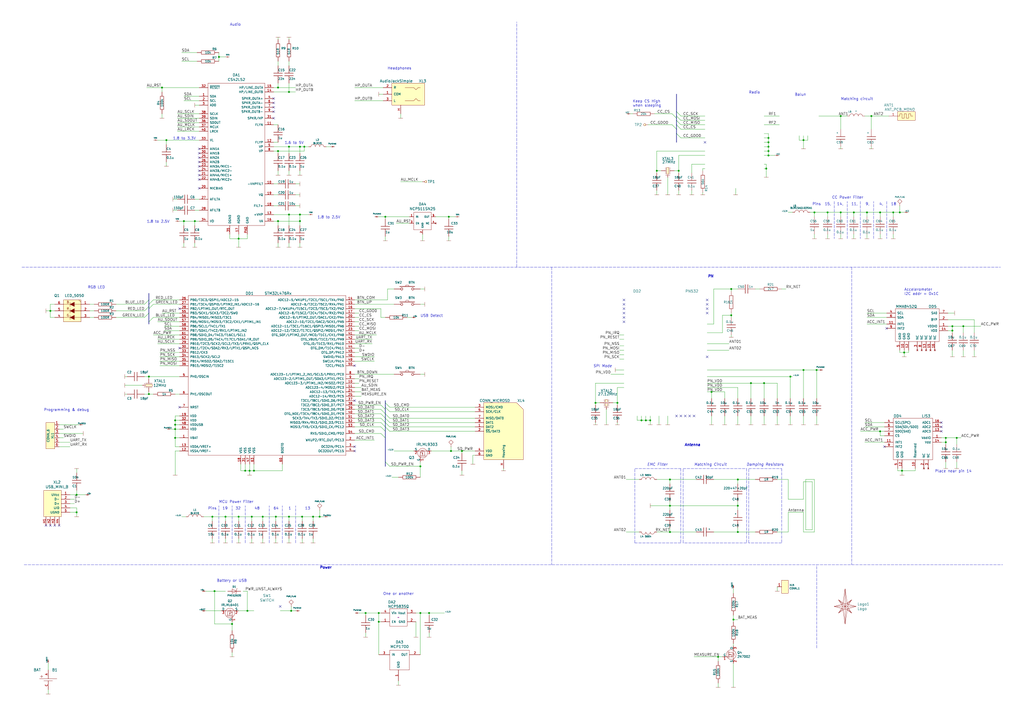
<source format=kicad_sch>
(kicad_sch (version 20211123) (generator eeschema)
  (paper "A2")
  (title_block (date "9 oct 2015"))
  (lib_symbols
    (symbol "Antennas_kl1:ANT_PCB_MONO" (pin_names (offset 1.016))
      (property "Reference" "ANT" (at -5.08 6.35 0))
      (property "Value" "ANT_PCB_MONO" (at 1.27 3.81 0))
      (symbol "ANT_PCB_MONO_1_1"
        (pin passive line (at -5.08 0 0) (length 5.08) (name "~") (number "1"))
      )
    )
    (symbol "Audio_kl1:CS42L52" (pin_names (offset 1.016))
      (property "Reference" "DA" (at -15.24 40.64 0))
      (property "Value" "CS42L52" (at 10.16 40.64 0))
      (symbol "CS42L52_1_1"
        (pin passive line (at -22.86 31.75 0) (length 5.08) (name "SDA") (number "1"))
        (pin passive line (at 20.32 -19.05 180) (length 5.08) (name "-VHPFILT") (number "10"))
        (pin passive line (at 20.32 15.24 180) (length 5.08) (name "FLYN") (number "11"))
        (pin passive line (at 20.32 5.08 180) (length 5.08) (name "FLYP") (number "12"))
        (pin passive line (at 20.32 -36.83 180) (length 5.08) (name "+VHP") (number "13"))
        (pin passive line (at 20.32 34.29 180) (length 5.08) (name "HP/LINE_OUTB") (number "14"))
        (pin passive line (at 20.32 36.83 180) (length 5.08) (name "HP/LINE_OUTA") (number "15"))
        (pin passive line (at 20.32 -40.64 180) (length 5.08) (name "VA") (number "16"))
        (pin power_in line (at 0 -48.26 90) (length 5.08) (name "AGND") (number "17"))
        (pin passive line (at 20.32 -31.75 180) (length 5.08) (name "FILT+") (number "18"))
        (pin passive line (at 20.32 -25.4 180) (length 5.08) (name "VQ") (number "19"))
        (pin passive line (at -22.86 29.21 0) (length 5.08) (name "SCL") (number "2"))
        (pin passive line (at -22.86 -21.59 0) (length 5.08) (name "MICBIAS") (number "20"))
        (pin passive line (at -22.86 -13.97 0) (length 5.08) (name "AIN4A/MIC1+") (number "21"))
        (pin passive line (at -22.86 -16.51 0) (length 5.08) (name "AIN4B/MIC2+") (number "22"))
        (pin passive line (at -22.86 -8.89 0) (length 5.08) (name "AIN3A/MIC1-") (number "23"))
        (pin passive line (at -22.86 -11.43 0) (length 5.08) (name "AIN3B/MIC2-") (number "24"))
        (pin passive line (at -22.86 -3.81 0) (length 5.08) (name "AIN2A") (number "25"))
        (pin passive line (at -22.86 -6.35 0) (length 5.08) (name "AIN2B") (number "26"))
        (pin passive line (at -22.86 -27.94 0) (length 5.08) (name "AFILTA") (number "27"))
        (pin passive line (at -22.86 -34.29 0) (length 5.08) (name "AFILTB") (number "28"))
        (pin passive line (at -22.86 1.27 0) (length 5.08) (name "AIN1A") (number "29"))
        (pin passive line (at -22.86 26.67 0) (length 5.08) (name "AD0") (number "3"))
        (pin passive line (at -22.86 -1.27 0) (length 5.08) (name "AIN1B") (number "30"))
        (pin passive line (at 20.32 19.05 180) (length 5.08) (name "SPKR/HP") (number "31"))
        (pin passive line (at -22.86 36.83 0) (length 5.08) (name "~{RESET}") (number "32"))
        (pin power_in line (at -22.86 6.35 0) (length 5.08) (name "VL") (number "33"))
        (pin power_in line (at -22.86 -40.64 0) (length 5.08) (name "VD") (number "34"))
        (pin power_in line (at -5.08 -48.26 90) (length 5.08) (name "DGND") (number "35"))
        (pin passive line (at -22.86 16.51 0) (length 5.08) (name "SDOUT") (number "36"))
        (pin passive line (at -22.86 13.97 0) (length 5.08) (name "MCLK") (number "37"))
        (pin passive line (at -22.86 21.59 0) (length 5.08) (name "SCLK") (number "38"))
        (pin passive line (at -22.86 19.05 0) (length 5.08) (name "SDIN") (number "39"))
        (pin passive line (at 20.32 30.48 180) (length 5.08) (name "SPKR_OUTA+") (number "4"))
        (pin passive line (at -22.86 11.43 0) (length 5.08) (name "LRCK") (number "40"))
        (pin power_in line (at 20.32 2.54 180) (length 5.08) (name "VP") (number "5"))
        (pin passive line (at 20.32 27.94 180) (length 5.08) (name "SPKR_OUTA-") (number "6"))
        (pin passive line (at 20.32 25.4 180) (length 5.08) (name "SPKR_OUTB+") (number "7"))
        (pin power_in line (at 20.32 0 180) (length 5.08) (name "VP") (number "8"))
        (pin passive line (at 20.32 22.86 180) (length 5.08) (name "SPKR_OUTB-") (number "9"))
        (pin power_in line (at 5.08 -48.26 90) (length 5.08) (name "GND") (number "PAD"))
      )
    )
    (symbol "Connectors_kl1:AudioJackSimple" (pin_names (offset 1.016))
      (property "Reference" "XL" (at 12.7 7.62 0))
      (property "Value" "AudioJackSimple" (at -2.54 7.62 0))
      (symbol "AudioJackSimple_1_1"
        (pin passive line (at -10.16 0 0) (length 5.08) (name "COM") (number "1"))
        (pin passive line (at -10.16 3.81 0) (length 5.08) (name "R") (number "2"))
        (pin passive line (at -10.16 -3.81 0) (length 5.08) (name "L") (number "3"))
        (pin passive line (at 0 -11.43 90) (length 5.08) (name "~") (number "H"))
      )
    )
    (symbol "Connectors_kl1:CONN_1" (pin_names (offset 1.016) hide)
      (property "Reference" "XL" (at -1.27 0.254 90))
      (property "Value" "CONN_1" (at 0.254 0.508 90))
      (symbol "CONN_1_1_1"
        (pin passive line (at -5.08 0 0) (length 2.54) (name "P1") (number "1"))
      )
    )
    (symbol "Connectors_kl1:CONN_6" (pin_names (offset 1.016))
      (property "Reference" "XL" (at -1.27 0 90))
      (property "Value" "CONN_6" (at 1.27 0 90))
      (symbol "CONN_6_1_1"
        (pin passive line (at -5.08 6.35 0) (length 2.54) (name "~") (number "1"))
        (pin passive line (at -5.08 3.81 0) (length 2.54) (name "~") (number "2"))
        (pin passive line (at -5.08 1.27 0) (length 2.54) (name "~") (number "3"))
        (pin passive line (at -5.08 -1.27 0) (length 2.54) (name "~") (number "4"))
        (pin passive line (at -5.08 -3.81 0) (length 2.54) (name "~") (number "5"))
        (pin passive line (at -5.08 -6.35 0) (length 2.54) (name "~") (number "6"))
      )
    )
    (symbol "Connectors_kl1:CONN_MICROSD" (pin_names (offset 1.016))
      (property "Reference" "XL" (at -10.16 16.51 0))
      (property "Value" "CONN_MICROSD" (at 5.08 16.51 0))
      (symbol "CONN_MICROSD_1_1"
        (pin passive line (at 16.51 1.27 180) (length 5.08) (name "DAT2") (number "1"))
        (pin passive line (at 16.51 -1.27 180) (length 5.08) (name "~{SS}/DAT3") (number "2"))
        (pin passive line (at 16.51 12.7 180) (length 5.08) (name "MOSI/CMD") (number "3"))
        (pin power_in line (at 16.51 -12.7 180) (length 5.08) (name "VDD") (number "4"))
        (pin passive line (at 16.51 10.16 180) (length 5.08) (name "SCK/CLK") (number "5"))
        (pin power_in line (at 16.51 -15.24 180) (length 5.08) (name "GND") (number "6"))
        (pin passive line (at 16.51 6.35 180) (length 5.08) (name "MISO/DAT0") (number "7"))
        (pin passive line (at 16.51 3.81 180) (length 5.08) (name "DAT1") (number "8"))
        (pin passive line (at 0 -22.86 90) (length 5.08) (name "Housing") (number "H"))
      )
    )
    (symbol "Connectors_kl1:USB_MINI_B" (pin_names (offset 1.016))
      (property "Reference" "XL" (at -5.08 11.43 0))
      (property "Value" "USB_MINI_B" (at -2.54 8.89 0))
      (symbol "USB_MINI_B_1_1"
        (pin power_out line (at 5.08 5.08 180) (length 5.08) (name "UVcc") (number "1"))
        (pin passive line (at 5.08 2.54 180) (length 5.08) (name "D-") (number "2"))
        (pin passive line (at 5.08 0 180) (length 5.08) (name "D+") (number "3"))
        (pin passive line (at 5.08 -2.54 180) (length 5.08) (name "UID") (number "4"))
        (pin power_out line (at 5.08 -5.08 180) (length 5.08) (name "UGND") (number "5"))
        (pin passive line (at -8.89 -12.7 90) (length 5.08) (name "~") (number "H1"))
        (pin passive line (at -6.35 -12.7 90) (length 5.08) (name "~") (number "H2"))
        (pin passive line (at -3.81 -12.7 90) (length 5.08) (name "~") (number "H3"))
        (pin passive line (at -1.27 -12.7 90) (length 5.08) (name "~") (number "H4"))
      )
    )
    (symbol "Power_kl1:BAT" (pin_names (offset 1.016) hide)
      (property "Reference" "B" (at 3.81 5.08 0))
      (property "Value" "BAT" (at -6.35 5.08 0))
      (symbol "BAT_1_1"
        (pin power_out line (at 0 5.08 270) (length 5.08) (name "A") (number "A"))
        (pin power_out line (at 0 -6.35 90) (length 5.08) (name "C") (number "C"))
      )
    )
    (symbol "Power_kl1:MCP1700" (pin_names (offset 1.016))
      (property "Reference" "DA" (at 3.81 7.62 0))
      (property "Value" "MCP1700" (at -5.08 7.62 0))
      (symbol "MCP1700_1_1"
        (pin passive line (at 0 -11.43 90) (length 6.35) (name "GND") (number "1"))
        (pin power_out line (at 12.7 3.81 180) (length 6.35) (name "OUT") (number "2"))
        (pin power_in line (at -11.43 3.81 0) (length 6.35) (name "IN") (number "3"))
      )
    )
    (symbol "Power_kl1:NCP583SQ" (pin_names (offset 1.016))
      (property "Reference" "DA" (at -3.81 8.89 0))
      (property "Value" "NCP583SQ" (at 0 6.35 0))
      (symbol "NCP583SQ_1_1"
        (pin passive line (at -10.16 -2.54 0) (length 5.08) (name "EN") (number "1"))
        (pin power_in line (at 10.16 -2.54 180) (length 5.08) (name "GND") (number "2"))
        (pin power_out line (at 10.16 2.54 180) (length 5.08) (name "Vout") (number "3"))
        (pin power_in line (at -10.16 2.54 0) (length 5.08) (name "Vin") (number "4"))
      )
    )
    (symbol "Power_kl1:TPS763xx" (pin_names (offset 1.016))
      (property "Reference" "DA" (at -3.81 7.62 0))
      (property "Value" "TPS763xx" (at 0 5.08 0))
      (symbol "TPS763xx_1_1"
        (pin power_in line (at -7.62 1.27 0) (length 2.54) (name "IN") (number "1"))
        (pin power_in line (at 0 -8.89 90) (length 2.54) (name "GND") (number "2"))
        (pin passive line (at -7.62 -2.54 0) (length 2.54) (name "EN") (number "3"))
        (pin no_connect line (at 7.62 -2.54 180) (length 2.54) (name "NC") (number "4"))
        (pin power_out line (at 7.62 1.27 180) (length 2.54) (name "OUT") (number "5"))
      )
    )
    (symbol "Sensors1:LIS3" (pin_names (offset 1.016))
      (property "Reference" "DD" (at -8.89 12.7 0))
      (property "Value" "LIS3" (at 7.62 12.7 0))
      (symbol "LIS3_1_1"
        (pin passive line (at 16.51 0 180) (length 5.08) (name "VddIO") (number "1"))
        (pin passive line (at 1.27 -17.78 90) (length 5.08) (name "Reserved") (number "10"))
        (pin passive line (at -16.51 -2.54 0) (length 5.08) (name "INT1") (number "11"))
        (pin power_in line (at -6.35 -17.78 90) (length 5.08) (name "GND") (number "12"))
        (pin power_in line (at 16.51 3.81 180) (length 5.08) (name "ADC3") (number "13"))
        (pin power_in line (at 16.51 -2.54 180) (length 5.08) (name "Vdd") (number "14"))
        (pin passive line (at 16.51 6.35 180) (length 5.08) (name "ADC2") (number "15"))
        (pin power_in line (at 16.51 8.89 180) (length 5.08) (name "ADC1") (number "16"))
        (pin no_connect line (at 6.35 -17.78 90) (length 5.08) (name "NC") (number "2"))
        (pin no_connect line (at 8.89 -17.78 90) (length 5.08) (name "NC") (number "3"))
        (pin passive line (at -16.51 8.89 0) (length 5.08) (name "SCL(SPC)") (number "4"))
        (pin power_in line (at -8.89 -17.78 90) (length 5.08) (name "GND") (number "5"))
        (pin passive line (at -16.51 6.35 0) (length 5.08) (name "SDA(SDI/SDO)") (number "6"))
        (pin passive line (at -16.51 3.81 0) (length 5.08) (name "SDO(SA0)") (number "7"))
        (pin passive line (at -16.51 1.27 0) (length 5.08) (name "CS") (number "8"))
        (pin passive line (at -16.51 -5.08 0) (length 5.08) (name "INT2") (number "9"))
      )
    )
    (symbol "Sensors1:MMA8452Q" (pin_names (offset 1.016))
      (property "Reference" "DD" (at 8.89 12.7 0))
      (property "Value" "MMA8452Q" (at -6.35 12.7 0))
      (symbol "MMA8452Q_1_1"
        (pin power_in line (at 17.78 1.27 180) (length 5.08) (name "VDDIO") (number "1"))
        (pin power_in line (at -7.62 -12.7 90) (length 5.08) (name "GND") (number "10"))
        (pin passive line (at -17.78 2.54 0) (length 5.08) (name "INT1") (number "11"))
        (pin power_in line (at -5.08 -12.7 90) (length 5.08) (name "GND") (number "12"))
        (pin no_connect line (at 5.08 -12.7 90) (length 5.08) (name "NC") (number "13"))
        (pin power_in line (at 17.78 -1.27 180) (length 5.08) (name "VDD") (number "14"))
        (pin no_connect line (at 7.62 -12.7 90) (length 5.08) (name "NC") (number "15"))
        (pin no_connect line (at 10.16 -12.7 90) (length 5.08) (name "NC") (number "16"))
        (pin passive line (at 17.78 5.08 180) (length 5.08) (name "BYP") (number "2"))
        (pin no_connect line (at 0 -12.7 90) (length 5.08) (name "NC") (number "3"))
        (pin passive line (at -17.78 8.89 0) (length 5.08) (name "SCL") (number "4"))
        (pin power_in line (at -10.16 -12.7 90) (length 5.08) (name "GND") (number "5"))
        (pin passive line (at -17.78 6.35 0) (length 5.08) (name "SDA") (number "6"))
        (pin passive line (at 17.78 8.89 180) (length 5.08) (name "SA0") (number "7"))
        (pin no_connect line (at 2.54 -12.7 90) (length 5.08) (name "NC") (number "8"))
        (pin passive line (at -17.78 0 0) (length 5.08) (name "INT2") (number "9"))
      )
    )
    (symbol "Switches:BUTTON" (pin_numbers hide) (pin_names (offset 1.016) hide)
      (property "Reference" "SW" (at -5.08 3.81 0))
      (property "Value" "BUTTON" (at 2.54 3.81 0))
      (symbol "BUTTON_0_1"
        (pin passive inverted (at -7.62 0 0) (length 5.08) (name "1") (number "1"))
        (pin passive inverted (at 7.62 0 180) (length 5.08) (name "2") (number "2"))
      )
    )
    (symbol "Tittar_kl1:C" (pin_numbers hide) (pin_names (offset 0.254))
      (property "Reference" "C" (at -2.54 -2.54 0))
      (property "Value" "C" (at -2.54 2.54 0))
      (symbol "C_1_1"
        (pin passive line (at 0 5.08 270) (length 4.318) (name "~") (number "1"))
        (pin passive line (at 0 -5.08 90) (length 4.318) (name "~") (number "2"))
      )
    )
    (symbol "Tittar_kl1:CRYSTAL_H" (pin_numbers hide) (pin_names (offset 1.016) hide)
      (property "Reference" "XTAL" (at 0 6.985 0))
      (property "Value" "CRYSTAL_H" (at 0.635 5.08 0))
      (symbol "CRYSTAL_H_1_1"
        (pin passive line (at -3.81 0 0) (length 2.54) (name "1") (number "1"))
        (pin passive line (at 3.81 0 180) (length 2.54) (name "2") (number "2"))
        (pin passive line (at 0 -3.81 90) (length 1.27) (name "H") (number "H"))
      )
    )
    (symbol "Tittar_kl1:D_Shottky" (pin_numbers hide) (pin_names (offset 1.016) hide)
      (property "Reference" "D" (at 0 2.54 0))
      (property "Value" "D_Shottky" (at 0 -2.54 0))
      (symbol "D_Shottky_1_1"
        (pin passive line (at -3.81 0 0) (length 2.54) (name "~") (number "A"))
        (pin passive line (at 3.81 0 180) (length 2.54) (name "~") (number "C"))
      )
    )
    (symbol "Tittar_kl1:L" (pin_numbers hide) (pin_names (offset 1.016) hide)
      (property "Reference" "L" (at -2.54 -3.556 90))
      (property "Value" "L" (at -2.54 0 90))
      (symbol "L_1_1"
        (pin passive line (at 0 5.08 270) (length 1.27) (name "1") (number "1"))
        (pin passive line (at 0 -5.08 90) (length 1.27) (name "2") (number "2"))
      )
    )
    (symbol "Tittar_kl1:LED_5050" (pin_names (offset 1.016) hide)
      (property "Reference" "Q" (at -5.08 8.89 0))
      (property "Value" "LED_5050" (at 3.81 8.89 0))
      (symbol "LED_5050_0_0"
        (text "B" (at 2.54 5.08 0) (effects (font (size 1.27 1.27))))
        (text "G" (at 2.54 -2.54 0) (effects (font (size 1.27 1.27))))
        (text "R" (at 2.54 1.27 0) (effects (font (size 1.27 1.27))))
      )
      (symbol "LED_5050_1_1"
        (pin passive line (at -10.16 3.81 0) (length 5.08) (name "~") (number "1"))
        (pin passive line (at -10.16 0 0) (length 5.08) (name "~") (number "2"))
        (pin passive line (at -10.16 -3.81 0) (length 5.08) (name "~") (number "3"))
        (pin passive line (at 10.16 -3.81 180) (length 5.08) (name "B") (number "4"))
        (pin passive line (at 10.16 0 180) (length 5.08) (name "G") (number "5"))
        (pin passive line (at 10.16 3.81 180) (length 5.08) (name "~") (number "6"))
      )
    )
    (symbol "Tittar_kl1:R" (pin_numbers hide) (pin_names (offset 0))
      (property "Reference" "R" (at 2.032 -3.81 90))
      (property "Value" "R" (at 0 0 90))
      (symbol "R_1_1"
        (pin passive line (at 0 6.35 270) (length 2.54) (name "~") (number "1"))
        (pin passive line (at 0 -6.35 90) (length 2.54) (name "~") (number "2"))
      )
    )
    (symbol "Transistors_kl1:N_3PIN" (pin_names (offset 0))
      (property "Reference" "Q" (at 5.08 1.27 0))
      (property "Value" "N_3PIN" (at 10.16 -2.54 0))
      (symbol "N_3PIN_1_1"
        (pin passive line (at -5.08 1.27 0) (length 2.54) (name "G") (number "1"))
        (pin passive line (at 1.27 5.08 270) (length 2.54) (name "S") (number "2"))
        (pin passive line (at 1.27 -5.08 90) (length 2.54) (name "D") (number "3"))
      )
    )
    (symbol "Transistors_kl1:P_3PIN" (pin_names (offset 0))
      (property "Reference" "Q" (at 3.81 -3.81 0))
      (property "Value" "P_3PIN" (at 0 5.08 0))
      (symbol "P_3PIN_1_1"
        (pin passive line (at -1.27 -5.08 90) (length 2.54) (name "G") (number "1"))
        (pin passive line (at -5.08 1.27 0) (length 2.54) (name "S") (number "2"))
        (pin passive line (at 5.08 1.27 180) (length 2.54) (name "D") (number "3"))
      )
    )
    (symbol "pcb_details1:Logo" (pin_names (offset 1.016))
      (property "Reference" "Logo" (at -2.54 11.43 0))
      (property "Value" "Logo" (at 5.08 11.43 0))
    )
    (symbol "pcb_details1:TESTPOINT" (pin_numbers hide) (pin_names (offset 1.016))
      (property "Reference" "TP" (at -5.715 0 0))
      (symbol "TESTPOINT_1_1"
        (pin passive line (at 0 0 180) (length 1.27) (name "~") (number "1"))
      )
    )
    (symbol "power1:+5v" (power) (pin_names (offset 0))
      (property "Value" "+5v" (at 3.81 0 0))
      (symbol "+5v_0_0"
        (pin power_in line (at 0 0 90) (length 0) hide (name "+5v") (number "1"))
      )
    )
    (symbol "power1:+BATT" (power) (pin_names (offset 0))
      (property "Value" "+BATT" (at 2.032 0.762 0))
      (symbol "+BATT_0_0"
        (pin power_in line (at 0 0 90) (length 0) hide (name "+BATT") (number "1"))
      )
    )
    (symbol "power1:GND" (power) (pin_names (offset 0.254))
      (symbol "GND_1_1"
        (pin power_in line (at 0 0 270) (length 0) hide (name "GND") (number "1"))
      )
    )
    (symbol "power1:PWR_FLAG" (power) (pin_numbers hide) (pin_names (offset 0) hide)
      (property "Value" "PWR_FLAG" (at 0 5.08 0))
      (symbol "PWR_FLAG_0_0"
        (pin power_out line (at 0 0 90) (length 0) (name "pwr") (number "1"))
      )
    )
    (symbol "power1:PwrMCU" (power) (pin_names (offset 0))
      (property "Value" "PwrMCU" (at 1.778 0.762 0))
      (symbol "PwrMCU_0_0"
        (pin power_in line (at 0 0 90) (length 0) hide (name "PwrMCU") (number "1"))
      )
    )
    (symbol "power1:PwrUnst" (power) (pin_names (offset 0))
      (property "Value" "PwrUnst" (at 2.032 0.762 0))
      (symbol "PwrUnst_0_0"
        (pin power_in line (at 0 0 90) (length 0) hide (name "PwrUnst") (number "1"))
      )
    )
    (symbol "power1:VAA" (power) (pin_names (offset 0))
      (property "Value" "VAA" (at 1.778 0.762 0))
      (symbol "VAA_0_0"
        (pin power_in line (at 0 0 90) (length 0) hide (name "VAA") (number "1"))
      )
    )
    (symbol "power1:VCC" (power) (pin_names (offset 0))
      (property "Value" "VCC" (at 1.778 0.762 0))
      (symbol "VCC_0_0"
        (pin power_in line (at 0 0 90) (length 0) hide (name "VCC") (number "1"))
      )
    )
    (symbol "st_kl1:STM32L476Rx" (pin_names (offset 1.016))
      (property "Reference" "DD" (at -11.43 39.37 0))
      (property "Value" "STM32L476Rx" (at 5.08 39.37 0))
      (symbol "STM32L476Rx_1_1"
        (pin power_in line (at -52.07 -44.45 0) (length 5.08) (name "VBAT") (number "1"))
        (pin passive line (at 49.53 -12.7 180) (length 5.08) (name "ADC123-3/LPTIM1_IN2/MISO2/PC2") (number "10"))
        (pin passive line (at 49.53 -15.24 180) (length 5.08) (name "ADC123-4/MOSI2/PC3") (number "11"))
        (pin power_in line (at -52.07 -52.07 0) (length 5.08) (name "VSSA/VREF-") (number "12"))
        (pin power_in line (at -52.07 -49.53 0) (length 5.08) (name "VDDA/VREF+") (number "13"))
        (pin passive line (at 49.53 35.56 180) (length 5.08) (name "ADC12-5/WKUP1/T2C1/T5C1/TX4/PA0") (number "14"))
        (pin passive line (at 49.53 33.02 180) (length 5.08) (name "ADC12-6/T2C2/T5C2/RX4/PA1") (number "15"))
        (pin passive line (at 49.53 30.48 180) (length 5.08) (name "ADC12-7/WKUP4/T15C1/T2C3/T5C3/TX2/PA2") (number "16"))
        (pin passive line (at 49.53 27.94 180) (length 5.08) (name "ADC12-8/T15C2/T2C4/T5C4/RX2/PA3") (number "17"))
        (pin power_in line (at -16.51 -59.69 90) (length 5.08) (name "VSS") (number "18"))
        (pin power_in line (at -52.07 -31.75 0) (length 5.08) (name "VDD") (number "19"))
        (pin passive line (at 49.53 -45.72 180) (length 5.08) (name "WKUP2/RTC_OUT/PC13") (number "2"))
        (pin passive line (at 49.53 25.4 180) (length 5.08) (name "ADC12-9/LPTIM2_OUT/DAC1/CK2/PA4") (number "20"))
        (pin passive line (at 49.53 22.86 180) (length 5.08) (name "ADC12-10/T2C1/DAC2/SCK1/PA5") (number "21"))
        (pin passive line (at 49.53 20.32 180) (length 5.08) (name "ADC12-11/T3C1/T16C1/QSPI3/MISO1/PA6") (number "22"))
        (pin passive line (at 49.53 17.78 180) (length 5.08) (name "ADC12-12/T3C2/T17C1/QSPI2/MOSI1/PA7") (number "23"))
        (pin passive line (at 49.53 -17.78 180) (length 5.08) (name "ADC12-13/TX3/PC4") (number "24"))
        (pin passive line (at 49.53 -20.32 180) (length 5.08) (name "ADC12-14/RX3/PC5") (number "25"))
        (pin passive line (at -52.07 35.56 0) (length 5.08) (name "PB0/T3C3/QSPI1/ADC12-15") (number "26"))
        (pin passive line (at -52.07 33.02 0) (length 5.08) (name "PB1/T3C4/QSPI0/LPTIM2_IN1/ADC12-16") (number "27"))
        (pin passive line (at -52.07 30.48 0) (length 5.08) (name "PB2/LPTIM1_OUT/RTC_OUT") (number "28"))
        (pin passive line (at -52.07 10.16 0) (length 5.08) (name "PB10/T2C3/SCK2/SCL2/TX3/LPRX1/QSPI_CLK") (number "29"))
        (pin passive line (at 49.53 -49.53 180) (length 5.08) (name "OC32IN/PC14") (number "3"))
        (pin passive line (at -52.07 7.62 0) (length 5.08) (name "PB11/T2C4/SDA2/RX3/LPTX1/QSPI_NCS") (number "30"))
        (pin power_in line (at -13.97 -59.69 90) (length 5.08) (name "VSS") (number "31"))
        (pin power_in line (at -52.07 -34.29 0) (length 5.08) (name "VDD") (number "32"))
        (pin passive line (at -52.07 5.08 0) (length 5.08) (name "PB12/CK3") (number "33"))
        (pin passive line (at -52.07 2.54 0) (length 5.08) (name "PB13/SCK2/SCL2") (number "34"))
        (pin passive line (at -52.07 0 0) (length 5.08) (name "PB14/MISO2/SDA2/T15C1") (number "35"))
        (pin passive line (at -52.07 -2.54 0) (length 5.08) (name "PB15/MOSI2/T15C2") (number "36"))
        (pin passive line (at 49.53 -22.86 180) (length 5.08) (name "T3C1/T8C1/SDIO_D6/PC6") (number "37"))
        (pin passive line (at 49.53 -25.4 180) (length 5.08) (name "T3C2/T8C2/SDIO_D7/PC7") (number "38"))
        (pin passive line (at 49.53 -27.94 180) (length 5.08) (name "T3C3/T8C3/SDIO_D0/PC8") (number "39"))
        (pin passive line (at 49.53 -52.07 180) (length 5.08) (name "OC32OUT/PC15") (number "4"))
        (pin passive line (at 49.53 -30.48 180) (length 5.08) (name "OTG_NOE/T3C4/T8C4/SDIO_D1/PC9") (number "40"))
        (pin passive line (at 49.53 15.24 180) (length 5.08) (name "OTG_SOF/LPTIM2_OUT/MCO/T1C1/CK1/PA8") (number "41"))
        (pin passive line (at 49.53 12.7 180) (length 5.08) (name "OTG_VBUS/T1C2/TX1/PA9") (number "42"))
        (pin passive line (at 49.53 10.16 180) (length 5.08) (name "OTG_ID/T1C3/RX1/PA10") (number "43"))
        (pin passive line (at 49.53 7.62 180) (length 5.08) (name "OTG_DM/T1C4/PA11") (number "44"))
        (pin passive line (at 49.53 5.08 180) (length 5.08) (name "OTG_DP/PA12") (number "45"))
        (pin passive line (at 49.53 2.54 180) (length 5.08) (name "SWDIO/PA13") (number "46"))
        (pin power_in line (at -11.43 -59.69 90) (length 5.08) (name "VSS") (number "47"))
        (pin power_in line (at -52.07 -36.83 0) (length 5.08) (name "VDDUSB") (number "48"))
        (pin passive line (at 49.53 0 180) (length 5.08) (name "SWCLK/PA14") (number "49"))
        (pin passive line (at -52.07 -8.89 0) (length 5.08) (name "PH0/OSCIN") (number "5"))
        (pin passive line (at 49.53 -2.54 180) (length 5.08) (name "T2C1/PA15") (number "50"))
        (pin passive line (at 49.53 -33.02 180) (length 5.08) (name "SCK3/TX4/TX3/SDIO_D2/PC10") (number "51"))
        (pin passive line (at 49.53 -35.56 180) (length 5.08) (name "MISO3/RX4/RX3/SDIO_D3/PC11") (number "52"))
        (pin passive line (at 49.53 -38.1 180) (length 5.08) (name "MOSI3/TX5/CK3/SDIO_CK/PC12") (number "53"))
        (pin passive line (at 49.53 -41.91 180) (length 5.08) (name "RX5/SDIO_CMD/PD2") (number "54"))
        (pin passive line (at -52.07 27.94 0) (length 5.08) (name "PB3/SCK1/SCK3/T2C2/SWO") (number "55"))
        (pin passive line (at -52.07 25.4 0) (length 5.08) (name "PB4/MISO1/MISO3/T3C1") (number "56"))
        (pin passive line (at -52.07 22.86 0) (length 5.08) (name "PB5/MOSI1/MOSI3/T3C2/CK1/LPTIM1_IN1") (number "57"))
        (pin passive line (at -52.07 20.32 0) (length 5.08) (name "PB6/SCL1/T4C1/TX1") (number "58"))
        (pin passive line (at -52.07 17.78 0) (length 5.08) (name "PB7/SDA1/T4C2/RX1/LPTIM1_IN2") (number "59"))
        (pin passive line (at -52.07 -19.05 0) (length 5.08) (name "PH1/OSCOUT") (number "6"))
        (pin passive line (at 7.62 -59.69 90) (length 5.08) (name "BOOT0") (number "60"))
        (pin passive line (at -52.07 15.24 0) (length 5.08) (name "PB8/SDIO_D4/T4C3/T16C1/SCL1") (number "61"))
        (pin passive line (at -52.07 12.7 0) (length 5.08) (name "PB9/SDIO_D5/T4C4/T17C1/SDA1/IR_OUT") (number "62"))
        (pin power_in line (at -8.89 -59.69 90) (length 5.08) (name "VSS") (number "63"))
        (pin power_in line (at -52.07 -39.37 0) (length 5.08) (name "VDD") (number "64"))
        (pin passive line (at -52.07 -26.67 0) (length 5.08) (name "NRST") (number "7"))
        (pin passive line (at 49.53 -7.62 180) (length 5.08) (name "ADC123-1/LPTIM1_2_IN1/SCL3/LPRX1/PC0") (number "8"))
        (pin passive line (at 49.53 -10.16 180) (length 5.08) (name "ADC123-2/LPTIM1_OUT/SDA3/LPTX1/PC1") (number "9"))
      )
    )
  )
  (junction (at 144.78 273.05))
  (junction (at 505.46 67.31))
  (junction (at 510.54 123.19))
  (junction (at 123.19 299.72))
  (junction (at 393.7 99.06))
  (junction (at 472.44 123.19))
  (junction (at 466.09 81.28))
  (junction (at 427.99 278.13))
  (junction (at 267.97 261.62))
  (junction (at 29.21 180.34))
  (junction (at 260.35 125.73))
  (junction (at 219.71 355.6))
  (junction (at 552.45 191.77))
  (junction (at 86.36 228.6))
  (junction (at 147.32 273.05))
  (junction (at 161.29 128.27))
  (junction (at 173.99 85.09))
  (junction (at 212.09 355.6))
  (junction (at 523.24 273.05))
  (junction (at 558.8 189.23))
  (junction (at 445.77 85.09))
  (junction (at 458.47 218.44))
  (junction (at 101.6 248.92))
  (junction (at 388.62 293.37))
  (junction (at 435.61 222.25))
  (junction (at 487.68 67.31))
  (junction (at 106.68 128.27))
  (junction (at 372.11 243.84))
  (junction (at 134.62 361.95))
  (junction (at 388.62 278.13))
  (junction (at 138.43 299.72))
  (junction (at 101.6 246.38))
  (junction (at 146.05 299.72))
  (junction (at 175.26 299.72))
  (junction (at 167.64 124.46))
  (junction (at 161.29 87.63))
  (junction (at 443.23 222.25))
  (junction (at 167.64 85.09))
  (junction (at 143.51 354.33))
  (junction (at 424.18 167.64))
  (junction (at 86.36 218.44))
  (junction (at 554.99 254))
  (junction (at 445.77 87.63))
  (junction (at 487.68 123.19))
  (junction (at 427.99 293.37))
  (junction (at 152.4 299.72))
  (junction (at 388.62 308.61))
  (junction (at 416.56 381))
  (junction (at 345.44 233.68))
  (junction (at 101.6 254))
  (junction (at 223.52 125.73))
  (junction (at 480.06 123.19))
  (junction (at 248.92 355.6))
  (junction (at 138.43 138.43))
  (junction (at 495.3 123.19))
  (junction (at 261.62 261.62))
  (junction (at 243.84 270.51))
  (junction (at 552.45 189.23))
  (junction (at 521.97 123.19))
  (junction (at 381 99.06))
  (junction (at 142.24 273.05))
  (junction (at 176.53 85.09))
  (junction (at 93.98 50.8))
  (junction (at 173.99 124.46))
  (junction (at 167.64 299.72))
  (junction (at 518.16 123.19))
  (junction (at 181.61 299.72))
  (junction (at 44.45 297.18))
  (junction (at 243.84 355.6))
  (junction (at 548.64 256.54))
  (junction (at 445.77 80.01))
  (junction (at 96.52 81.28))
  (junction (at 44.45 287.02))
  (junction (at 473.71 214.63))
  (junction (at 167.64 53.34))
  (junction (at 130.81 299.72))
  (junction (at 173.99 128.27))
  (junction (at 113.03 128.27))
  (junction (at 425.45 359.41))
  (junction (at 127 33.02))
  (junction (at 185.42 299.72))
  (junction (at 524.51 204.47))
  (junction (at 466.09 214.63))
  (junction (at 124.46 342.9))
  (junction (at 445.77 82.55))
  (junction (at 427.99 308.61))
  (junction (at 445.77 90.17))
  (junction (at 160.02 299.72))
  (junction (at 444.5 97.79))
  (junction (at 502.92 123.19))
  (junction (at 374.65 243.84))
  (junction (at 101.6 243.84))
  (junction (at 219.71 360.68))
  (junction (at 412.75 227.33))
  (junction (at 510.54 250.19))
  (junction (at 358.14 233.68))
  (junction (at 424.18 182.88))
  (junction (at 377.19 243.84))
  (junction (at 168.91 354.33))
  (junction (at 548.64 254))
  (junction (at 161.29 50.8))
  (no_connect (at 115.57 88.9))
  (no_connect (at 410.21 176.53))
  (no_connect (at 400.05 241.3))
  (no_connect (at 410.21 179.07))
  (no_connect (at 410.21 181.61))
  (no_connect (at 31.75 304.8))
  (no_connect (at 205.74 261.62))
  (no_connect (at 546.1 245.11))
  (no_connect (at 205.74 259.08))
  (no_connect (at 408.94 82.55))
  (no_connect (at 26.67 304.8))
  (no_connect (at 115.57 91.44))
  (no_connect (at 361.95 176.53))
  (no_connect (at 115.57 101.6))
  (no_connect (at 546.1 247.65))
  (no_connect (at 29.21 304.8))
  (no_connect (at 158.75 62.23))
  (no_connect (at 158.75 64.77))
  (no_connect (at 34.29 304.8))
  (no_connect (at 397.51 241.3))
  (no_connect (at 513.08 259.08))
  (no_connect (at 361.95 179.07))
  (no_connect (at 104.14 179.07))
  (no_connect (at 205.74 212.09))
  (no_connect (at 158.75 57.15))
  (no_connect (at 361.95 184.15))
  (no_connect (at 402.59 241.3))
  (no_connect (at 115.57 109.22))
  (no_connect (at 361.95 186.69))
  (no_connect (at 514.35 190.5))
  (no_connect (at 158.75 59.69))
  (no_connect (at 104.14 201.93))
  (no_connect (at 115.57 104.14))
  (no_connect (at 361.95 181.61))
  (no_connect (at 546.1 250.19))
  (no_connect (at 410.21 207.01))
  (no_connect (at 115.57 96.52))
  (no_connect (at 115.57 99.06))
  (no_connect (at 410.21 173.99))
  (no_connect (at 394.97 241.3))
  (no_connect (at 361.95 173.99))
  (no_connect (at 205.74 232.41))
  (no_connect (at 392.43 241.3))
  (no_connect (at 158.75 68.58))
  (no_connect (at 162.56 351.79))
  (no_connect (at 115.57 86.36))
  (no_connect (at 104.14 236.22))
  (no_connect (at 115.57 93.98))
  (bus_entry (at 389.89 72.39) (size 2.54 2.54))
  (bus_entry (at 392.43 64.77) (size 2.54 2.54))
  (bus_entry (at 392.43 68.58) (size -2.54 -2.54))
  (bus_entry (at 392.43 69.85) (size 2.54 2.54))
  (bus_entry (at 220.98 247.65) (size 2.54 2.54))
  (bus_entry (at 223.52 267.97) (size 2.54 2.54))
  (bus_entry (at 220.98 240.03) (size 2.54 2.54))
  (bus_entry (at 220.98 234.95) (size 2.54 2.54))
  (bus_entry (at 392.43 77.47) (size 2.54 2.54))
  (bus_entry (at 223.52 236.22) (size 2.54 2.54))
  (bus_entry (at 392.43 72.39) (size 2.54 2.54))
  (bus_entry (at 220.98 242.57) (size 2.54 2.54))
  (bus_entry (at 392.43 67.31) (size 2.54 2.54))
  (bus_entry (at 83.82 180.34) (size 2.54 -2.54))
  (bus_entry (at 223.52 247.65) (size 2.54 2.54))
  (bus_entry (at 220.98 237.49) (size 2.54 2.54))
  (bus_entry (at 86.36 176.53) (size 2.54 -2.54))
  (bus_entry (at 223.52 233.68) (size 2.54 2.54))
  (bus_entry (at 223.52 245.11) (size 2.54 2.54))
  (bus_entry (at 223.52 240.03) (size 2.54 2.54))
  (bus_entry (at 220.98 251.46) (size 2.54 2.54))
  (bus_entry (at 220.98 245.11) (size 2.54 2.54))
  (bus_entry (at 83.82 176.53) (size 2.54 -2.54))
  (bus_entry (at 86.36 186.69) (size 2.54 -2.54))
  (bus_entry (at 83.82 184.15) (size 2.54 -2.54))
  (bus_entry (at 223.52 242.57) (size 2.54 2.54))
  (bus_entry (at 86.36 179.07) (size 2.54 -2.54))
  (wire (pts (xy 435.61 222.25) (xy 443.23 222.25)))
  (bus (pts (xy 223.52 242.57) (xy 223.52 245.11)))
  (wire (pts (xy 40.64 256.54) (xy 34.29 256.54)))
  (wire (pts (xy 147.32 273.05) (xy 147.32 269.24)))
  (wire (pts (xy 205.74 234.95) (xy 220.98 234.95)))
  (wire (pts (xy 495.3 135.89) (xy 495.3 138.43)))
  (wire (pts (xy 427.99 278.13) (xy 414.02 278.13)))
  (wire (pts (xy 245.11 135.89) (xy 245.11 139.7)))
  (wire (pts (xy 443.23 82.55) (xy 445.77 82.55)))
  (wire (pts (xy 205.74 189.23) (xy 208.28 189.23)))
  (wire (pts (xy 143.51 138.43) (xy 143.51 135.89)))
  (wire (pts (xy 425.45 344.17) (xy 425.45 341.63)))
  (wire (pts (xy 40.64 287.02) (xy 44.45 287.02)))
  (wire (pts (xy 502.92 123.19) (xy 510.54 123.19)))
  (wire (pts (xy 361.95 196.85) (xy 359.41 196.85)))
  (wire (pts (xy 274.32 264.16) (xy 275.59 264.16)))
  (wire (pts (xy 502.92 187.96) (xy 514.35 187.96)))
  (wire (pts (xy 173.99 106.68) (xy 171.45 106.68)))
  (wire (pts (xy 138.43 299.72) (xy 146.05 299.72)))
  (wire (pts (xy 86.36 218.44) (xy 104.14 218.44)))
  (wire (pts (xy 361.95 194.31) (xy 359.41 194.31)))
  (polyline (pts (xy 483.87 116.84) (xy 483.87 138.43)))
  (bus (pts (xy 392.43 64.77) (xy 392.43 67.31)))
  (polyline (pts (xy 514.35 116.84) (xy 514.35 138.43)))
  (wire (pts (xy 44.45 294.64) (xy 44.45 297.18)))
  (wire (pts (xy 407.67 111.76) (xy 407.67 113.03)))
  (wire (pts (xy 161.29 119.38) (xy 158.75 119.38)))
  (wire (pts (xy 101.6 246.38) (xy 101.6 248.92)))
  (wire (pts (xy 176.53 85.09) (xy 179.07 85.09)))
  (wire (pts (xy 445.77 90.17) (xy 449.58 90.17)))
  (wire (pts (xy 548.64 254) (xy 546.1 254)))
  (wire (pts (xy 361.95 224.79) (xy 358.14 224.79)))
  (wire (pts (xy 152.4 299.72) (xy 152.4 302.26)))
  (wire (pts (xy 393.7 99.06) (xy 393.7 90.17)))
  (wire (pts (xy 558.8 189.23) (xy 568.96 189.23)))
  (wire (pts (xy 209.55 227.33) (xy 205.74 227.33)))
  (polyline (pts (xy 127 314.96) (xy 127 293.37)))
  (polyline (pts (xy 142.24 314.96) (xy 142.24 293.37)))
  (wire (pts (xy 113.03 128.27) (xy 115.57 128.27)))
  (wire (pts (xy 358.14 224.79) (xy 358.14 233.68)))
  (wire (pts (xy 552.45 191.77) (xy 549.91 191.77)))
  (wire (pts (xy 260.35 125.73) (xy 260.35 127)))
  (wire (pts (xy 101.6 241.3) (xy 101.6 243.84)))
  (wire (pts (xy 523.24 273.05) (xy 523.24 275.59)))
  (wire (pts (xy 450.85 308.61) (xy 457.2 308.61)))
  (wire (pts (xy 510.54 125.73) (xy 510.54 123.19)))
  (wire (pts (xy 83.82 184.15) (xy 67.31 184.15)))
  (wire (pts (xy 139.7 269.24) (xy 139.7 273.05)))
  (wire (pts (xy 161.29 143.51) (xy 161.29 140.97)))
  (wire (pts (xy 226.06 250.19) (xy 275.59 250.19)))
  (wire (pts (xy 161.29 50.8) (xy 171.45 50.8)))
  (wire (pts (xy 261.62 261.62) (xy 267.97 261.62)))
  (wire (pts (xy 505.46 85.09) (xy 505.46 86.36)))
  (wire (pts (xy 394.97 74.93) (xy 408.94 74.93)))
  (wire (pts (xy 427.99 246.38) (xy 427.99 241.3)))
  (wire (pts (xy 361.95 200.66) (xy 359.41 200.66)))
  (wire (pts (xy 410.21 224.79) (xy 427.99 224.79)))
  (bus (pts (xy 223.52 232.41) (xy 223.52 233.68)))
  (wire (pts (xy 565.15 185.42) (xy 565.15 193.04)))
  (wire (pts (xy 369.57 243.84) (xy 369.57 241.3)))
  (wire (pts (xy 208.28 191.77) (xy 205.74 191.77)))
  (wire (pts (xy 124.46 342.9) (xy 124.46 361.95)))
  (wire (pts (xy 123.19 302.26) (xy 123.19 299.72)))
  (wire (pts (xy 185.42 299.72) (xy 185.42 295.91)))
  (wire (pts (xy 96.52 83.82) (xy 96.52 81.28)))
  (polyline (pts (xy 163.83 314.96) (xy 163.83 293.37)))
  (wire (pts (xy 472.44 135.89) (xy 472.44 138.43)))
  (wire (pts (xy 495.3 123.19) (xy 502.92 123.19)))
  (wire (pts (xy 167.64 21.59) (xy 167.64 22.86)))
  (wire (pts (xy 548.64 256.54) (xy 546.1 256.54)))
  (wire (pts (xy 410.21 214.63) (xy 466.09 214.63)))
  (wire (pts (xy 351.79 237.49) (xy 351.79 246.38)))
  (wire (pts (xy 424.18 181.61) (xy 424.18 182.88)))
  (wire (pts (xy 85.09 50.8) (xy 93.98 50.8)))
  (wire (pts (xy 444.5 97.79) (xy 444.5 95.25)))
  (wire (pts (xy 450.85 340.36) (xy 450.85 342.9)))
  (wire (pts (xy 124.46 361.95) (xy 134.62 361.95)))
  (wire (pts (xy 106.68 55.88) (xy 115.57 55.88)))
  (wire (pts (xy 445.77 85.09) (xy 445.77 87.63)))
  (wire (pts (xy 401.32 95.25) (xy 401.32 100.33)))
  (polyline (pts (xy 299.72 154.94) (xy 299.72 12.7)))
  (wire (pts (xy 106.68 58.42) (xy 115.57 58.42)))
  (wire (pts (xy 101.6 243.84) (xy 101.6 246.38)))
  (wire (pts (xy 175.26 299.72) (xy 181.61 299.72)))
  (wire (pts (xy 425.45 359.41) (xy 425.45 360.68)))
  (wire (pts (xy 552.45 189.23) (xy 558.8 189.23)))
  (wire (pts (xy 205.74 209.55) (xy 217.17 209.55)))
  (wire (pts (xy 86.36 219.71) (xy 86.36 218.44)))
  (wire (pts (xy 92.71 209.55) (xy 104.14 209.55)))
  (wire (pts (xy 557.53 254) (xy 554.99 254)))
  (wire (pts (xy 161.29 87.63) (xy 176.53 87.63)))
  (wire (pts (xy 443.23 97.79) (xy 444.5 97.79)))
  (wire (pts (xy 388.62 278.13) (xy 381 278.13)))
  (bus (pts (xy 392.43 72.39) (xy 392.43 74.93)))
  (wire (pts (xy 292.1 271.78) (xy 292.1 273.05)))
  (wire (pts (xy 130.81 299.72) (xy 138.43 299.72)))
  (wire (pts (xy 410.21 218.44) (xy 458.47 218.44)))
  (wire (pts (xy 133.35 135.89) (xy 133.35 138.43)))
  (wire (pts (xy 466.09 81.28) (xy 468.63 81.28)))
  (wire (pts (xy 231.14 394.97) (xy 231.14 397.51)))
  (wire (pts (xy 457.2 308.61) (xy 457.2 297.18)))
  (wire (pts (xy 388.62 280.67) (xy 388.62 278.13)))
  (wire (pts (xy 552.45 189.23) (xy 552.45 191.77)))
  (wire (pts (xy 393.7 90.17) (xy 408.94 90.17)))
  (wire (pts (xy 44.45 287.02) (xy 49.53 287.02)))
  (wire (pts (xy 408.94 95.25) (xy 401.32 95.25)))
  (wire (pts (xy 104.14 207.01) (xy 92.71 207.01)))
  (wire (pts (xy 163.83 273.05) (xy 163.83 269.24)))
  (polyline (pts (xy 453.39 314.96) (xy 434.34 314.96)))
  (wire (pts (xy 88.9 194.31) (xy 104.14 194.31)))
  (wire (pts (xy 54.61 176.53) (xy 52.07 176.53)))
  (bus (pts (xy 223.52 233.68) (xy 223.52 236.22)))
  (wire (pts (xy 521.97 204.47) (xy 524.51 204.47)))
  (wire (pts (xy 530.86 273.05) (xy 530.86 271.78)))
  (polyline (pts (xy 396.24 271.78) (xy 433.07 271.78)))
  (wire (pts (xy 146.05 299.72) (xy 146.05 302.26)))
  (wire (pts (xy 106.68 143.51) (xy 106.68 140.97)))
  (wire (pts (xy 167.64 312.42) (xy 167.64 314.96)))
  (wire (pts (xy 444.5 95.25) (xy 443.23 95.25)))
  (wire (pts (xy 402.59 381) (xy 416.56 381)))
  (wire (pts (xy 466.09 289.56) (xy 457.2 289.56)))
  (wire (pts (xy 220.98 179.07) (xy 220.98 184.15)))
  (wire (pts (xy 168.91 354.33) (xy 168.91 351.79)))
  (wire (pts (xy 104.14 196.85) (xy 91.44 196.85)))
  (wire (pts (xy 443.23 77.47) (xy 445.77 77.47)))
  (wire (pts (xy 473.71 231.14) (xy 473.71 214.63)))
  (wire (pts (xy 401.32 110.49) (xy 401.32 113.03)))
  (wire (pts (xy 54.61 184.15) (xy 52.07 184.15)))
  (wire (pts (xy 361.95 208.28) (xy 359.41 208.28)))
  (wire (pts (xy 83.82 218.44) (xy 86.36 218.44)))
  (wire (pts (xy 345.44 233.68) (xy 345.44 222.25)))
  (wire (pts (xy 443.23 67.31) (xy 452.12 67.31)))
  (bus (pts (xy 392.43 67.31) (xy 392.43 68.58)))
  (wire (pts (xy 501.65 256.54) (xy 513.08 256.54)))
  (wire (pts (xy 219.71 355.6) (xy 220.98 355.6)))
  (wire (pts (xy 83.82 176.53) (xy 67.31 176.53)))
  (wire (pts (xy 104.14 241.3) (xy 101.6 241.3)))
  (wire (pts (xy 552.45 191.77) (xy 552.45 193.04)))
  (polyline (pts (xy 368.3 314.96) (xy 368.3 271.78)))
  (polyline (pts (xy 13.97 327.66) (xy 581.66 327.66)))
  (wire (pts (xy 427.99 280.67) (xy 427.99 278.13)))
  (wire (pts (xy 445.77 77.47) (xy 445.77 80.01)))
  (wire (pts (xy 381 110.49) (xy 381 113.03)))
  (wire (pts (xy 73.66 228.6) (xy 72.39 228.6)))
  (wire (pts (xy 101.6 254) (xy 104.14 254)))
  (wire (pts (xy 480.06 135.89) (xy 480.06 138.43)))
  (wire (pts (xy 83.82 180.34) (xy 67.31 180.34)))
  (polyline (pts (xy 394.97 271.78) (xy 394.97 314.96)))
  (wire (pts (xy 217.17 207.01) (xy 205.74 207.01)))
  (wire (pts (xy 88.9 173.99) (xy 104.14 173.99)))
  (wire (pts (xy 427.99 293.37) (xy 427.99 290.83)))
  (wire (pts (xy 138.43 299.72) (xy 138.43 302.26)))
  (wire (pts (xy 452.12 72.39) (xy 443.23 72.39)))
  (wire (pts (xy 209.55 224.79) (xy 205.74 224.79)))
  (polyline (pts (xy 434.34 314.96) (xy 434.34 271.78)))
  (wire (pts (xy 520.7 273.05) (xy 523.24 273.05)))
  (wire (pts (xy 438.15 167.64) (xy 440.69 167.64)))
  (wire (pts (xy 34.29 246.38) (xy 45.72 246.38)))
  (wire (pts (xy 147.32 273.05) (xy 163.83 273.05)))
  (wire (pts (xy 205.74 176.53) (xy 228.6 176.53)))
  (wire (pts (xy 394.97 72.39) (xy 408.94 72.39)))
  (wire (pts (xy 424.18 195.58) (xy 424.18 194.31)))
  (polyline (pts (xy 453.39 271.78) (xy 453.39 314.96)))
  (bus (pts (xy 86.36 177.8) (xy 86.36 179.07)))
  (bus (pts (xy 223.52 245.11) (xy 223.52 247.65)))
  (polyline (pts (xy 434.34 271.78) (xy 453.39 271.78)))
  (wire (pts (xy 466.09 279.4) (xy 471.17 279.4)))
  (wire (pts (xy 472.44 125.73) (xy 472.44 123.19)))
  (wire (pts (xy 91.44 186.69) (xy 104.14 186.69)))
  (wire (pts (xy 101.6 248.92) (xy 101.6 254)))
  (wire (pts (xy 382.27 241.3) (xy 382.27 246.38)))
  (wire (pts (xy 138.43 135.89) (xy 138.43 138.43)))
  (wire (pts (xy 424.18 168.91) (xy 424.18 167.64)))
  (wire (pts (xy 127 33.02) (xy 130.81 33.02)))
  (wire (pts (xy 518.16 135.89) (xy 518.16 138.43)))
  (wire (pts (xy 229.87 129.54) (xy 237.49 129.54)))
  (wire (pts (xy 138.43 138.43) (xy 138.43 143.51)))
  (wire (pts (xy 410.21 222.25) (xy 435.61 222.25)))
  (wire (pts (xy 527.05 204.47) (xy 527.05 203.2)))
  (wire (pts (xy 427.99 224.79) (xy 427.99 231.14)))
  (wire (pts (xy 102.87 73.66) (xy 115.57 73.66)))
  (bus (pts (xy 223.52 250.19) (xy 223.52 254)))
  (wire (pts (xy 414.02 167.64) (xy 414.02 187.96)))
  (wire (pts (xy 205.74 173.99) (xy 224.79 173.99)))
  (wire (pts (xy 443.23 222.25) (xy 443.23 231.14)))
  (wire (pts (xy 161.29 106.68) (xy 158.75 106.68)))
  (wire (pts (xy 250.19 261.62) (xy 261.62 261.62)))
  (wire (pts (xy 205.74 247.65) (xy 220.98 247.65)))
  (wire (pts (xy 474.98 67.31) (xy 487.68 67.31)))
  (wire (pts (xy 205.74 201.93) (xy 208.28 201.93)))
  (wire (pts (xy 158.75 53.34) (xy 167.64 53.34)))
  (wire (pts (xy 274.32 269.24) (xy 274.32 264.16)))
  (wire (pts (xy 106.68 128.27) (xy 113.03 128.27)))
  (wire (pts (xy 377.19 293.37) (xy 388.62 293.37)))
  (wire (pts (xy 142.24 273.05) (xy 144.78 273.05)))
  (wire (pts (xy 487.68 135.89) (xy 487.68 138.43)))
  (wire (pts (xy 487.68 67.31) (xy 487.68 74.93)))
  (wire (pts (xy 181.61 299.72) (xy 181.61 302.26)))
  (polyline (pts (xy 134.62 314.96) (xy 134.62 293.37)))
  (wire (pts (xy 228.6 261.62) (xy 240.03 261.62)))
  (wire (pts (xy 220.98 184.15) (xy 223.52 184.15)))
  (wire (pts (xy 345.44 233.68) (xy 347.98 233.68)))
  (wire (pts (xy 480.06 123.19) (xy 487.68 123.19)))
  (wire (pts (xy 457.2 297.18) (xy 466.09 297.18)))
  (wire (pts (xy 238.76 184.15) (xy 236.22 184.15)))
  (wire (pts (xy 361.95 214.63) (xy 356.87 214.63)))
  (wire (pts (xy 29.21 184.15) (xy 31.75 184.15)))
  (wire (pts (xy 34.29 259.08) (xy 40.64 259.08)))
  (wire (pts (xy 502.92 125.73) (xy 502.92 123.19)))
  (wire (pts (xy 499.11 250.19) (xy 510.54 250.19)))
  (wire (pts (xy 167.64 101.6) (xy 167.64 99.06)))
  (wire (pts (xy 468.63 81.28) (xy 468.63 78.74)))
  (wire (pts (xy 521.97 204.47) (xy 521.97 203.2)))
  (wire (pts (xy 427.99 306.07) (xy 427.99 308.61)))
  (wire (pts (xy 471.17 279.4) (xy 471.17 307.34)))
  (wire (pts (xy 466.09 297.18) (xy 466.09 308.61)))
  (wire (pts (xy 393.7 110.49) (xy 393.7 113.03)))
  (wire (pts (xy 167.64 85.09) (xy 173.99 85.09)))
  (wire (pts (xy 34.29 251.46) (xy 48.26 251.46)))
  (wire (pts (xy 495.3 125.73) (xy 495.3 123.19)))
  (wire (pts (xy 158.75 85.09) (xy 167.64 85.09)))
  (wire (pts (xy 370.84 278.13) (xy 363.22 278.13)))
  (wire (pts (xy 420.37 241.3) (xy 420.37 246.38)))
  (wire (pts (xy 161.29 87.63) (xy 161.29 88.9)))
  (wire (pts (xy 101.6 275.59) (xy 101.6 261.62)))
  (wire (pts (xy 480.06 125.73) (xy 480.06 123.19)))
  (wire (pts (xy 424.18 182.88) (xy 424.18 184.15)))
  (wire (pts (xy 466.09 279.4) (xy 466.09 289.56)))
  (wire (pts (xy 548.64 254) (xy 548.64 256.54)))
  (wire (pts (xy 424.18 167.64) (xy 427.99 167.64)))
  (polyline (pts (xy 171.45 314.96) (xy 171.45 293.37)))
  (wire (pts (xy 361.95 205.74) (xy 359.41 205.74)))
  (wire (pts (xy 86.36 228.6) (xy 86.36 227.33)))
  (wire (pts (xy 552.45 203.2) (xy 552.45 207.01)))
  (wire (pts (xy 443.23 80.01) (xy 445.77 80.01)))
  (wire (pts (xy 134.62 360.68) (xy 134.62 361.95)))
  (wire (pts (xy 425.45 359.41) (xy 427.99 359.41)))
  (wire (pts (xy 152.4 312.42) (xy 152.4 314.96)))
  (wire (pts (xy 105.41 299.72) (xy 107.95 299.72)))
  (bus (pts (xy 86.36 179.07) (xy 86.36 181.61)))
  (wire (pts (xy 445.77 87.63) (xy 445.77 90.17)))
  (wire (pts (xy 410.21 203.2) (xy 422.91 203.2)))
  (wire (pts (xy 388.62 308.61) (xy 381 308.61)))
  (wire (pts (xy 219.71 360.68) (xy 220.98 360.68)))
  (wire (pts (xy 472.44 308.61) (xy 472.44 278.13)))
  (wire (pts (xy 419.1 182.88) (xy 424.18 182.88)))
  (wire (pts (xy 412.75 231.14) (xy 412.75 227.33)))
  (wire (pts (xy 212.09 356.87) (xy 212.09 355.6)))
  (wire (pts (xy 469.9 123.19) (xy 472.44 123.19)))
  (wire (pts (xy 168.91 354.33) (xy 171.45 354.33)))
  (wire (pts (xy 124.46 342.9) (xy 130.81 342.9)))
  (wire (pts (xy 416.56 396.24) (xy 416.56 398.78)))
  (wire (pts (xy 226.06 245.11) (xy 275.59 245.11)))
  (bus (pts (xy 86.36 170.18) (xy 86.36 173.99)))
  (wire (pts (xy 510.54 135.89) (xy 510.54 138.43)))
  (wire (pts (xy 83.82 228.6) (xy 86.36 228.6)))
  (wire (pts (xy 143.51 354.33) (xy 147.32 354.33)))
  (wire (pts (xy 167.64 143.51) (xy 167.64 140.97)))
  (wire (pts (xy 91.44 199.39) (xy 104.14 199.39)))
  (wire (pts (xy 205.74 242.57) (xy 220.98 242.57)))
  (wire (pts (xy 372.11 241.3) (xy 372.11 243.84)))
  (wire (pts (xy 31.75 180.34) (xy 29.21 180.34)))
  (wire (pts (xy 167.64 85.09) (xy 167.64 88.9)))
  (wire (pts (xy 160.02 299.72) (xy 160.02 302.26)))
  (wire (pts (xy 548.64 256.54) (xy 548.64 257.81)))
  (wire (pts (xy 100.33 115.57) (xy 102.87 115.57)))
  (wire (pts (xy 443.23 85.09) (xy 445.77 85.09)))
  (polyline (pts (xy 433.07 314.96) (xy 396.24 314.96)))
  (bus (pts (xy 392.43 74.93) (xy 392.43 77.47)))
  (wire (pts (xy 414.02 187.96) (xy 410.21 187.96)))
  (wire (pts (xy 224.79 167.64) (xy 228.6 167.64)))
  (wire (pts (xy 218.44 194.31) (xy 205.74 194.31)))
  (wire (pts (xy 226.06 270.51) (xy 243.84 270.51)))
  (wire (pts (xy 167.64 53.34) (xy 167.64 48.26)))
  (wire (pts (xy 412.75 246.38) (xy 412.75 241.3)))
  (wire (pts (xy 426.72 109.22) (xy 426.72 113.03)))
  (wire (pts (xy 502.92 135.89) (xy 502.92 138.43)))
  (wire (pts (xy 205.74 217.17) (xy 228.6 217.17)))
  (wire (pts (xy 226.06 236.22) (xy 275.59 236.22)))
  (wire (pts (xy 209.55 229.87) (xy 205.74 229.87)))
  (bus (pts (xy 86.36 176.53) (xy 86.36 177.8)))
  (wire (pts (xy 514.35 184.15) (xy 502.92 184.15)))
  (polyline (pts (xy 473.71 375.92) (xy 473.71 327.66)))
  (wire (pts (xy 510.54 250.19) (xy 513.08 250.19)))
  (wire (pts (xy 410.21 227.33) (xy 412.75 227.33)))
  (wire (pts (xy 173.99 128.27) (xy 173.99 130.81)))
  (wire (pts (xy 161.29 38.1) (xy 161.29 35.56)))
  (wire (pts (xy 223.52 127) (xy 223.52 125.73)))
  (wire (pts (xy 403.86 278.13) (xy 388.62 278.13)))
  (wire (pts (xy 152.4 299.72) (xy 160.02 299.72)))
  (wire (pts (xy 232.41 105.41) (xy 245.11 105.41)))
  (wire (pts (xy 377.19 246.38) (xy 377.19 243.84)))
  (wire (pts (xy 443.23 87.63) (xy 445.77 87.63)))
  (wire (pts (xy 472.44 308.61) (xy 466.09 308.61)))
  (bus (pts (xy 223.52 267.97) (xy 223.52 270.51)))
  (wire (pts (xy 458.47 241.3) (xy 458.47 246.38)))
  (wire (pts (xy 505.46 67.31) (xy 505.46 74.93)))
  (wire (pts (xy 158.75 82.55) (xy 161.29 82.55)))
  (wire (pts (xy 93.98 53.34) (xy 93.98 50.8)))
  (wire (pts (xy 458.47 218.44) (xy 459.74 218.44)))
  (wire (pts (xy 167.64 124.46) (xy 167.64 130.81)))
  (wire (pts (xy 487.68 125.73) (xy 487.68 123.19)))
  (wire (pts (xy 412.75 227.33) (xy 420.37 227.33)))
  (wire (pts (xy 29.21 180.34) (xy 29.21 184.15)))
  (wire (pts (xy 391.16 99.06) (xy 393.7 99.06)))
  (wire (pts (xy 189.23 85.09) (xy 191.77 85.09)))
  (wire (pts (xy 554.99 267.97) (xy 554.99 271.78)))
  (wire (pts (xy 524.51 204.47) (xy 527.05 204.47)))
  (wire (pts (xy 466.09 214.63) (xy 466.09 231.14)))
  (wire (pts (xy 167.64 299.72) (xy 175.26 299.72)))
  (wire (pts (xy 40.64 289.56) (xy 43.18 289.56)))
  (wire (pts (xy 518.16 123.19) (xy 521.97 123.19)))
  (polyline (pts (xy 12.7 154.94) (xy 580.39 154.94)))
  (polyline (pts (xy 499.11 116.84) (xy 499.11 138.43)))
  (wire (pts (xy 173.99 85.09) (xy 173.99 88.9)))
  (wire (pts (xy 44.45 284.48) (xy 44.45 287.02)))
  (wire (pts (xy 267.97 261.62) (xy 275.59 261.62)))
  (wire (pts (xy 261.62 259.08) (xy 261.62 261.62)))
  (wire (pts (xy 345.44 222.25) (xy 361.95 222.25)))
  (wire (pts (xy 219.71 355.6) (xy 219.71 360.68)))
  (wire (pts (xy 521.97 123.19) (xy 524.51 123.19)))
  (wire (pts (xy 416.56 383.54) (xy 416.56 381)))
  (wire (pts (xy 549.91 181.61) (xy 553.72 181.61)))
  (wire (pts (xy 208.28 204.47) (xy 205.74 204.47)))
  (wire (pts (xy 104.14 212.09) (xy 92.71 212.09)))
  (wire (pts (xy 416.56 381) (xy 419.1 381)))
  (wire (pts (xy 161.29 50.8) (xy 161.29 48.26)))
  (wire (pts (xy 158.75 50.8) (xy 161.29 50.8)))
  (wire (pts (xy 52.07 180.34) (xy 54.61 180.34)))
  (wire (pts (xy 453.39 167.64) (xy 455.93 167.64)))
  (wire (pts (xy 248.92 355.6) (xy 257.81 355.6)))
  (wire (pts (xy 450.85 222.25) (xy 450.85 231.14)))
  (wire (pts (xy 102.87 68.58) (xy 115.57 68.58)))
  (wire (pts (xy 345.44 234.95) (xy 345.44 233.68)))
  (wire (pts (xy 267.97 261.62) (xy 267.97 262.89)))
  (wire (pts (xy 513.08 247.65) (xy 501.65 247.65)))
  (wire (pts (xy 27.94 388.62) (xy 27.94 384.81)))
  (wire (pts (xy 502.92 181.61) (xy 514.35 181.61)))
  (wire (pts (xy 487.68 123.19) (xy 495.3 123.19)))
  (wire (pts (xy 226.06 247.65) (xy 275.59 247.65)))
  (wire (pts (xy 102.87 71.12) (xy 115.57 71.12)))
  (wire (pts (xy 29.21 176.53) (xy 31.75 176.53)))
  (wire (pts (xy 388.62 293.37) (xy 388.62 290.83)))
  (polyline (pts (xy 506.73 138.43) (xy 506.73 116.84)))
  (wire (pts (xy 243.84 270.51) (xy 243.84 276.86)))
  (wire (pts (xy 158.75 72.39) (xy 161.29 72.39)))
  (wire (pts (xy 101.6 254) (xy 101.6 259.08)))
  (wire (pts (xy 29.21 180.34) (xy 26.67 180.34)))
  (wire (pts (xy 113.03 121.92) (xy 115.57 121.92)))
  (wire (pts (xy 113.03 60.96) (xy 115.57 60.96)))
  (wire (pts (xy 36.83 248.92) (xy 34.29 248.92)))
  (wire (pts (xy 113.03 115.57) (xy 115.57 115.57)))
  (wire (pts (xy 104.14 243.84) (xy 101.6 243.84)))
  (wire (pts (xy 358.14 245.11) (xy 358.14 246.38)))
  (wire (pts (xy 383.54 99.06) (xy 381 99.06)))
  (wire (pts (xy 374.65 243.84) (xy 372.11 243.84)))
  (wire (pts (xy 358.14 233.68) (xy 355.6 233.68)))
  (wire (pts (xy 403.86 308.61) (xy 388.62 308.61)))
  (wire (pts (xy 215.9 196.85) (xy 205.74 196.85)))
  (polyline (pts (xy 156.21 314.96) (xy 156.21 293.37)))
  (wire (pts (xy 549.91 189.23) (xy 552.45 189.23)))
  (wire (pts (xy 388.62 293.37) (xy 427.99 293.37)))
  (wire (pts (xy 146.05 299.72) (xy 152.4 299.72)))
  (wire (pts (xy 205.74 237.49) (xy 220.98 237.49)))
  (wire (pts (xy 363.22 308.61) (xy 370.84 308.61)))
  (wire (pts (xy 223.52 125.73) (xy 237.49 125.73)))
  (wire (pts (xy 241.3 355.6) (xy 243.84 355.6)))
  (polyline (pts (xy 320.04 154.94) (xy 320.04 327.66)))
  (wire (pts (xy 167.64 53.34) (xy 171.45 53.34)))
  (wire (pts (xy 113.03 128.27) (xy 113.03 130.81)))
  (wire (pts (xy 438.15 278.13) (xy 427.99 278.13)))
  (wire (pts (xy 224.79 173.99) (xy 224.79 167.64)))
  (polyline (pts (xy 396.24 314.96) (xy 396.24 271.78)))
  (wire (pts (xy 34.29 254) (xy 36.83 254)))
  (wire (pts (xy 44.45 274.32) (xy 44.45 271.78)))
  (wire (pts (xy 158.75 87.63) (xy 161.29 87.63)))
  (wire (pts (xy 420.37 227.33) (xy 420.37 231.14)))
  (wire (pts (xy 558.8 203.2) (xy 558.8 207.01)))
  (wire (pts (xy 267.97 273.05) (xy 267.97 275.59)))
  (wire (pts (xy 407.67 99.06) (xy 407.67 97.79)))
  (bus (pts (xy 223.52 247.65) (xy 223.52 250.19)))
  (wire (pts (xy 127 30.48) (xy 127 33.02)))
  (wire (pts (xy 248.92 355.6) (xy 248.92 356.87)))
  (wire (pts (xy 205.74 184.15) (xy 208.28 184.15)))
  (wire (pts (xy 123.19 299.72) (xy 130.81 299.72)))
  (wire (pts (xy 377.19 243.84) (xy 374.65 243.84)))
  (wire (pts (xy 146.05 312.42) (xy 146.05 314.96)))
  (wire (pts (xy 425.45 374.65) (xy 425.45 373.38)))
  (wire (pts (xy 457.2 278.13) (xy 450.85 278.13)))
  (wire (pts (xy 123.19 312.42) (xy 123.19 314.96)))
  (wire (pts (xy 167.64 124.46) (xy 173.99 124.46)))
  (wire (pts (xy 381 99.06) (xy 381 100.33)))
  (wire (pts (xy 438.15 308.61) (xy 427.99 308.61)))
  (wire (pts (xy 472.44 123.19) (xy 480.06 123.19)))
  (wire (pts (xy 501.65 67.31) (xy 505.46 67.31)))
  (wire (pts (xy 208.28 355.6) (xy 212.09 355.6)))
  (wire (pts (xy 372.11 243.84) (xy 369.57 243.84)))
  (bus (pts (xy 392.43 69.85) (xy 392.43 72.39)))
  (wire (pts (xy 167.64 299.72) (xy 167.64 302.26)))
  (wire (pts (xy 161.29 113.03) (xy 158.75 113.03)))
  (wire (pts (xy 104.14 128.27) (xy 106.68 128.27)))
  (wire (pts (xy 223.52 137.16) (xy 223.52 139.7)))
  (wire (pts (xy 88.9 184.15) (xy 104.14 184.15)))
  (wire (pts (xy 501.65 245.11) (xy 513.08 245.11)))
  (wire (pts (xy 181.61 299.72) (xy 185.42 299.72)))
  (bus (pts (xy 392.43 77.47) (xy 392.43 82.55)))
  (wire (pts (xy 510.54 123.19) (xy 518.16 123.19)))
  (wire (pts (xy 92.71 204.47) (xy 104.14 204.47)))
  (bus (pts (xy 392.43 68.58) (xy 392.43 69.85)))
  (wire (pts (xy 205.74 199.39) (xy 215.9 199.39)))
  (wire (pts (xy 144.78 273.05) (xy 144.78 275.59)))
  (wire (pts (xy 212.09 355.6) (xy 219.71 355.6)))
  (wire (pts (xy 471.17 307.34) (xy 467.36 307.34)))
  (wire (pts (xy 162.56 354.33) (xy 168.91 354.33)))
  (wire (pts (xy 127 33.02) (xy 127 35.56)))
  (wire (pts (xy 243.84 379.73) (xy 243.84 355.6)))
  (wire (pts (xy 43.18 292.1) (xy 40.64 292.1)))
  (wire (pts (xy 173.99 113.03) (xy 171.45 113.03)))
  (wire (pts (xy 161.29 128.27) (xy 173.99 128.27)))
  (wire (pts (xy 160.02 299.72) (xy 167.64 299.72)))
  (wire (pts (xy 523.24 273.05) (xy 530.86 273.05)))
  (wire (pts (xy 93.98 181.61) (xy 104.14 181.61)))
  (wire (pts (xy 133.35 138.43) (xy 138.43 138.43)))
  (wire (pts (xy 208.28 222.25) (xy 205.74 222.25)))
  (wire (pts (xy 205.74 50.8) (xy 222.25 50.8)))
  (wire (pts (xy 387.35 102.87) (xy 387.35 113.03)))
  (wire (pts (xy 130.81 312.42) (xy 130.81 314.96)))
  (wire (pts (xy 208.28 219.71) (xy 205.74 219.71)))
  (wire (pts (xy 105.41 35.56) (xy 114.3 35.56)))
  (bus (pts (xy 86.36 181.61) (xy 86.36 186.69)))
  (polyline (pts (xy 494.03 154.94) (xy 494.03 327.66)))
  (wire (pts (xy 377.19 243.84) (xy 377.19 241.3)))
  (wire (pts (xy 524.51 204.47) (xy 524.51 207.01)))
  (wire (pts (xy 388.62 308.61) (xy 388.62 306.07)))
  (wire (pts (xy 27.94 400.05) (xy 27.94 402.59)))
  (polyline (pts (xy 491.49 138.43) (xy 491.49 116.84)))
  (wire (pts (xy 226.06 242.57) (xy 275.59 242.57)))
  (wire (pts (xy 427.99 308.61) (xy 414.02 308.61)))
  (wire (pts (xy 128.27 354.33) (xy 119.38 354.33)))
  (wire (pts (xy 102.87 76.2) (xy 115.57 76.2)))
  (wire (pts (xy 252.73 125.73) (xy 260.35 125.73)))
  (wire (pts (xy 139.7 273.05) (xy 142.24 273.05)))
  (wire (pts (xy 427.99 295.91) (xy 427.99 293.37)))
  (bus (pts (xy 392.43 54.61) (xy 392.43 64.77)))
  (wire (pts (xy 134.62 378.46) (xy 134.62 381)))
  (wire (pts (xy 523.24 271.78) (xy 523.24 273.05)))
  (wire (pts (xy 143.51 342.9) (xy 143.51 354.33)))
  (wire (pts (xy 375.92 72.39) (xy 389.89 72.39)))
  (wire (pts (xy 389.89 66.04) (xy 379.73 66.04)))
  (wire (pts (xy 505.46 67.31) (xy 515.62 67.31)))
  (wire (pts (xy 173.99 119.38) (xy 171.45 119.38)))
  (wire (pts (xy 205.74 179.07) (xy 220.98 179.07)))
  (wire (pts (xy 425.45 356.87) (xy 425.45 359.41)))
  (wire (pts (xy 219.71 54.61) (xy 222.25 54.61)))
  (wire (pts (xy 205.74 58.42) (xy 222.25 58.42)))
  (wire (pts (xy 104.14 176.53) (xy 88.9 176.53)))
  (wire (pts (xy 44.45 297.18) (xy 44.45 299.72)))
  (wire (pts (xy 232.41 68.58) (xy 232.41 66.04)))
  (wire (pts (xy 473.71 214.63) (xy 474.98 214.63)))
  (wire (pts (xy 95.25 189.23) (xy 104.14 189.23)))
  (wire (pts (xy 101.6 261.62) (xy 104.14 261.62)))
  (wire (pts (xy 457.2 289.56) (xy 457.2 278.13)))
  (wire (pts (xy 487.68 67.31) (xy 491.49 67.31)))
  (wire (pts (xy 173.99 124.46) (xy 173.99 128.27)))
  (wire (pts (xy 158.75 128.27) (xy 161.29 128.27)))
  (wire (pts (xy 101.6 228.6) (xy 104.14 228.6)))
  (wire (pts (xy 95.25 191.77) (xy 104.14 191.77)))
  (wire (pts (xy 96.52 96.52) (xy 96.52 93.98)))
  (wire (pts (xy 361.95 217.17) (xy 354.33 217.17)))
  (bus (pts (xy 223.52 237.49) (xy 223.52 240.03)))
  (wire (pts (xy 158.75 124.46) (xy 167.64 124.46)))
  (wire (pts (xy 175.26 312.42) (xy 175.26 314.96)))
  (wire (pts (xy 444.5 102.87) (xy 444.5 97.79)))
  (wire (pts (xy 435.61 241.3) (xy 435.61 246.38)))
  (wire (pts (xy 394.97 69.85) (xy 408.94 69.85)))
  (wire (pts (xy 142.24 269.24) (xy 142.24 273.05)))
  (wire (pts (xy 548.64 267.97) (xy 548.64 271.78)))
  (wire (pts (xy 113.03 143.51) (xy 113.03 140.97)))
  (wire (pts (xy 466.09 81.28) (xy 466.09 86.36)))
  (wire (pts (xy 93.98 50.8) (xy 115.57 50.8)))
  (wire (pts (xy 463.55 78.74) (xy 463.55 81.28)))
  (wire (pts (xy 91.44 81.28) (xy 96.52 81.28)))
  (wire (pts (xy 510.54 252.73) (xy 510.54 250.19)))
  (wire (pts (xy 167.64 38.1) (xy 167.64 35.56)))
  (polyline (pts (xy 433.07 271.78) (xy 433.07 314.96)))
  (polyline (pts (xy 394.97 314.96) (xy 368.3 314.96)))
  (wire (pts (xy 408.94 87.63) (xy 381 87.63)))
  (wire (pts (xy 410.21 199.39) (xy 422.91 199.39)))
  (wire (pts (xy 181.61 312.42) (xy 181.61 314.96)))
  (wire (pts (xy 521.97 123.19) (xy 521.97 119.38)))
  (wire (pts (xy 72.39 223.52) (xy 82.55 223.52)))
  (wire (pts (xy 246.38 167.64) (xy 243.84 167.64)))
  (wire (pts (xy 130.81 299.72) (xy 130.81 302.26)))
  (wire (pts (xy 466.09 214.63) (xy 473.71 214.63)))
  (wire (pts (xy 374.65 241.3) (xy 374.65 243.84)))
  (wire (pts (xy 205.74 245.11) (xy 220.98 245.11)))
  (bus (pts (xy 223.52 254) (xy 223.52 267.97)))
  (wire (pts (xy 443.23 241.3) (xy 443.23 246.38)))
  (wire (pts (xy 175.26 299.72) (xy 175.26 302.26)))
  (wire (pts (xy 445.77 82.55) (xy 445.77 85.09)))
  (wire (pts (xy 161.29 128.27) (xy 161.29 130.81)))
  (wire (pts (xy 205.74 240.03) (xy 220.98 240.03)))
  (wire (pts (xy 217.17 255.27) (xy 205.74 255.27)))
  (wire (pts (xy 518.16 125.73) (xy 518.16 123.19)))
  (wire (pts (xy 248.92 367.03) (xy 248.92 369.57)))
  (wire (pts (xy 243.84 355.6) (xy 248.92 355.6)))
  (wire (pts (xy 554.99 257.81) (xy 554.99 254)))
  (wire (pts (xy 100.33 121.92) (xy 102.87 121.92)))
  (wire (pts (xy 425.45 384.81) (xy 425.45 398.78)))
  (wire (pts (xy 219.71 360.68) (xy 219.71 379.73)))
  (wire (pts (xy 106.68 128.27) (xy 106.68 130.81)))
  (wire (pts (xy 345.44 245.11) (xy 345.44 246.38)))
  (wire (pts (xy 138.43 354.33) (xy 143.51 354.33)))
  (wire (pts (xy 99.06 248.92) (xy 101.6 248.92)))
  (wire (pts (xy 140.97 342.9) (xy 143.51 342.9)))
  (wire (pts (xy 173.99 85.09) (xy 176.53 85.09)))
  (wire (pts (xy 407.67 97.79) (xy 408.94 97.79)))
  (wire (pts (xy 86.36 228.6) (xy 88.9 228.6)))
  (wire (pts (xy 93.98 68.58) (xy 93.98 66.04)))
  (wire (pts (xy 466.09 241.3) (xy 466.09 246.38)))
  (wire (pts (xy 208.28 186.69) (xy 205.74 186.69)))
  (wire (pts (xy 358.14 233.68) (xy 358.14 234.95)))
  (wire (pts (xy 185.42 299.72) (xy 187.96 299.72)))
  (bus (pts (xy 223.52 236.22) (xy 223.52 237.49)))
  (wire (pts (xy 549.91 185.42) (xy 565.15 185.42)))
  (wire (pts (xy 443.23 222.25) (xy 450.85 222.25)))
  (wire (pts (xy 102.87 66.04) (xy 115.57 66.04)))
  (wire (pts (xy 458.47 218.44) (xy 458.47 231.14)))
  (wire (pts (xy 29.21 176.53) (xy 29.21 180.34)))
  (wire (pts (xy 445.77 80.01) (xy 445.77 82.55)))
  (wire (pts (xy 173.99 101.6) (xy 173.99 99.06)))
  (bus (pts (xy 223.52 240.03) (xy 223.52 242.57)))
  (wire (pts (xy 243.84 267.97) (xy 243.84 270.51)))
  (wire (pts (xy 241.3 360.68) (xy 241.3 369.57)))
  (wire (pts (xy 473.71 241.3) (xy 473.71 246.38)))
  (wire (pts (xy 457.2 123.19) (xy 459.74 123.19)))
  (wire (pts (xy 101.6 248.92) (xy 104.14 248.92)))
  (wire (pts (xy 246.38 217.17) (xy 243.84 217.17)))
  (wire (pts (xy 565.15 203.2) (xy 565.15 207.01)))
  (wire (pts (xy 40.64 294.64) (xy 44.45 294.64)))
  (wire (pts (xy 118.11 299.72) (xy 123.19 299.72)))
  (wire (pts (xy 487.68 85.09) (xy 487.68 86.36)))
  (wire (pts (xy 388.62 295.91) (xy 388.62 293.37)))
  (wire (pts (xy 144.78 273.05) (xy 147.32 273.05)))
  (wire (pts (xy 44.45 297.18) (xy 40.64 297.18)))
  (wire (pts (xy 387.35 241.3) (xy 387.35 246.38)))
  (wire (pts (xy 96.52 81.28) (xy 115.57 81.28)))
  (wire (pts (xy 450.85 241.3) (xy 450.85 246.38)))
  (wire (pts (xy 134.62 361.95) (xy 134.62 365.76)))
  (wire (pts (xy 144.78 269.24) (xy 144.78 273.05)))
  (bus (pts (xy 86.36 173.99) (xy 86.36 176.53)))
  (wire (pts (xy 419.1 182.88) (xy 419.1 193.04)))
  (wire (pts (xy 212.09 367.03) (xy 212.09 369.57)))
  (wire (pts (xy 520.7 273.05) (xy 520.7 271.78)))
  (wire (pts (xy 524.51 203.2) (xy 524.51 204.47)))
  (wire (pts (xy 246.38 176.53) (xy 243.84 176.53)))
  (wire (pts (xy 260.35 125.73) (xy 264.16 125.73)))
  (wire (pts (xy 138.43 312.42) (xy 138.43 314.96)))
  (wire (pts (xy 513.08 252.73) (xy 510.54 252.73)))
  (wire (pts (xy 558.8 193.04) (xy 558.8 189.23)))
  (wire (pts (xy 72.39 218.44) (xy 73.66 218.44)))
  (wire (pts (xy 227.33 276.86) (xy 231.14 276.86)))
  (wire (pts (xy 160.02 312.42) (xy 160.02 314.96)))
  (wire (pts (xy 466.09 78.74) (xy 466.09 81.28)))
  (polyline (pts (xy 368.3 271.78) (xy 394.97 271.78)))
  (wire (pts (xy 208.28 181.61) (xy 205.74 181.61)))
  (wire (pts (xy 467.36 307.34) (xy 467.36 278.13)))
  (wire (pts (xy 101.6 246.38) (xy 104.14 246.38)))
  (wire (pts (xy 361.95 203.2) (xy 359.41 203.2)))
  (wire (pts (xy 419.1 193.04) (xy 410.21 193.04)))
  (wire (pts (xy 414.02 167.64) (xy 424.18 167.64)))
  (wire (pts (xy 173.99 143.51) (xy 173.99 140.97)))
  (wire (pts (xy 101.6 259.08) (xy 104.14 259.08)))
  (wire (pts (xy 463.55 81.28) (xy 466.09 81.28)))
  (wire (pts (xy 394.97 80.01) (xy 408.94 80.01)))
  (wire (pts (xy 173.99 124.46) (xy 179.07 124.46)))
  (wire (pts (xy 105.41 30.48) (xy 114.3 30.48)))
  (wire (pts (xy 176.53 87.63) (xy 176.53 85.09)))
  (wire (pts (xy 393.7 100.33) (xy 393.7 99.06)))
  (wire (pts (xy 226.06 238.76) (xy 275.59 238.76)))
  (wire (pts (xy 467.36 278.13) (xy 472.44 278.13)))
  (wire (pts (xy 161.29 21.59) (xy 161.29 22.86)))
  (wire (pts (xy 381 87.63) (xy 381 99.06)))
  (wire (pts (xy 554.99 254) (xy 548.64 254)))
  (wire (pts (xy 219.71 125.73) (xy 223.52 125.73)))
  (wire (pts (xy 260.35 137.16) (xy 260.35 139.7)))
  (wire (pts (xy 365.76 66.04) (xy 367.03 66.04)))
  (wire (pts (xy 205.74 251.46) (xy 220.98 251.46)))
  (wire (pts (xy 394.97 67.31) (xy 408.94 67.31)))
  (wire (pts (xy 119.38 342.9) (xy 124.46 342.9)))
  (wire (pts (xy 138.43 138.43) (xy 143.51 138.43)))
  (wire (pts (xy 435.61 222.25) (xy 435.61 231.14)))
  (wire (pts (xy 443.23 90.17) (xy 445.77 90.17)))
  (wire (pts (xy 161.29 101.6) (xy 161.29 99.06)))
  (bus (pts (xy 86.36 186.69) (xy 86.36 187.96)))
  (text "Headphones" (at 224.79 40.64 0) (effects (font (size 1.524 1.524)) (justify left bottom)))
  (text "Damping Resistors" (at 454.66 270.51 180) (effects (font (size 1.524 1.524) italic) (justify right bottom)))
  (text "Matching circuit" (at 487.68 58.42 0) (effects (font (size 1.524 1.524)) (justify left bottom)))
  (text "PN" (at 414.02 161.29 180) (effects (font (size 1.524 1.524) (thickness 0.3048) bold italic) (justify right bottom)))
  (text "Power" (at 185.42 330.2 0) (effects (font (size 1.524 1.524) (thickness 0.3048) bold) (justify left bottom)))
  (text "EMC Filter" (at 387.35 270.51 180) (effects (font (size 1.524 1.524) italic) (justify right bottom)))
  (text "Audio" (at 133.35 15.24 0) (effects (font (size 1.524 1.524)) (justify left bottom)))
  (text "RGB LED" (at 60.96 167.64 180) (effects (font (size 1.524 1.524)) (justify right bottom)))
  (text "1.6 to 5V" (at 165.1 83.82 0) (effects (font (size 1.524 1.524)) (justify left bottom)))
  (text "Matching Circuit" (at 421.64 270.51 180) (effects (font (size 1.524 1.524) italic) (justify right bottom)))
  (text "Antenna" (at 406.4 259.08 180) (effects (font (size 1.524 1.524) (thickness 0.3048) bold italic) (justify right bottom)))
  (text "Pins   19    32       48       64     1       13" (at 120.65 295.91 0) (effects (font (size 1.524 1.524)) (justify left bottom)))
  (text "Place near pin 14" (at 542.29 274.32 0) (effects (font (size 1.524 1.524)) (justify left bottom)))
  (text "Battery or USB" (at 125.73 337.82 0) (effects (font (size 1.524 1.524)) (justify left bottom)))
  (text "USB Detect" (at 243.84 184.15 0) (effects (font (size 1.524 1.524)) (justify left bottom)))
  (text "CC Power Filter" (at 482.6 115.57 0) (effects (font (size 1.524 1.524)) (justify left bottom)))
  (text "Keep CS High\nwhen sleeping" (at 367.03 62.23 0) (effects (font (size 1.524 1.524)) (justify left bottom)))
  (text "Radio" (at 434.34 54.61 0) (effects (font (size 1.524 1.524)) (justify left bottom)))
  (text "Accelerometer\nI2C addr = 0x1C" (at 524.51 171.45 0) (effects (font (size 1.524 1.524)) (justify left bottom)))
  (text "Pins  15,   14,    11,    9,     4,    18" (at 471.17 119.38 0) (effects (font (size 1.524 1.524)) (justify left bottom)))
  (text "Balun" (at 461.01 55.88 0) (effects (font (size 1.524 1.524)) (justify left bottom)))
  (text "Programming & debug" (at 25.4 238.76 0) (effects (font (size 1.524 1.524)) (justify left bottom)))
  (text "1.8 to 2.5V" (at 184.15 127 0) (effects (font (size 1.524 1.524)) (justify left bottom)))
  (text "MCU Power Filter" (at 127 292.1 0) (effects (font (size 1.524 1.524)) (justify left bottom)))
  (text "One or another" (at 222.25 345.44 0) (effects (font (size 1.524 1.524)) (justify left bottom)))
  (text "1.8 to 2.5V" (at 85.09 129.54 0) (effects (font (size 1.524 1.524)) (justify left bottom)))
  (text "SPI Mode" (at 344.17 213.36 0) (effects (font (size 1.524 1.524) italic) (justify left bottom)))
  (text "1.8 to 3.3V" (at 100.33 81.28 0) (effects (font (size 1.524 1.524)) (justify left bottom)))
  (label "AU_MCLK" (at 232.41 105.41 0) (effects (font (size 1.524 1.524))))
  (label "SWCLK" (at 217.17 209.55 180) (effects (font (size 1.524 1.524))))
  (label "CC_MISO" (at 396.24 72.39 0) (effects (font (size 1.524 1.524))))
  (label "BTN_DOWN" (at 207.01 217.17 0) (effects (font (size 1.524 1.524))))
  (label "UART_RX" (at 215.9 199.39 180) (effects (font (size 1.524 1.524))))
  (label "SCL" (at 501.65 245.11 0) (effects (font (size 1.524 1.524))))
  (label "SD_DAT1" (at 217.17 240.03 180) (effects (font (size 1.524 1.524))))
  (label "SDA" (at 502.92 184.15 0) (effects (font (size 1.524 1.524))))
  (label "HP_OUTA" (at 171.45 50.8 0) (effects (font (size 1.524 1.524))))
  (label "BTN_COM" (at 207.01 173.99 0) (effects (font (size 1.524 1.524))))
  (label "SD_DAT3" (at 217.17 245.11 180) (effects (font (size 1.524 1.524))))
  (label "SDA" (at 106.68 55.88 0) (effects (font (size 1.524 1.524))))
  (label "PN_IRQ" (at 208.28 219.71 0) (effects (font (size 1.524 1.524))))
  (label "SCL" (at 105.41 35.56 0) (effects (font (size 1.524 1.524))))
  (label "D-" (at 208.28 201.93 0) (effects (font (size 1.524 1.524))))
  (label "SD_PWR" (at 274.32 261.62 180) (effects (font (size 1.524 1.524))))
  (label "SCL" (at 502.92 181.61 0) (effects (font (size 1.524 1.524))))
  (label "PN_NSS" (at 92.71 204.47 0) (effects (font (size 1.524 1.524))))
  (label "ANT02" (at 422.91 203.2 0) (effects (font (size 1.524 1.524))))
  (label "SWDIO" (at 36.83 254 0) (effects (font (size 1.524 1.524))))
  (label "CC_GDO0" (at 377.19 72.39 0) (effects (font (size 1.524 1.524))))
  (label "AU_SDOUT" (at 91.44 186.69 0) (effects (font (size 1.524 1.524))))
  (label "CC_GDO0" (at 396.24 80.01 0) (effects (font (size 1.524 1.524))))
  (label "SD_PWR_EN" (at 240.03 270.51 180) (effects (font (size 1.524 1.524))))
  (label "ACC_INT1" (at 217.17 255.27 180) (effects (font (size 1.524 1.524))))
  (label "PN_VDD" (at 354.33 217.17 180) (effects (font (size 1.524 1.524))))
  (label "ACC_PWR" (at 88.9 194.31 0) (effects (font (size 1.524 1.524))))
  (label "SD_CLK" (at 237.49 238.76 180) (effects (font (size 1.524 1.524))))
  (label "AU_MCLK" (at 102.87 73.66 0) (effects (font (size 1.524 1.524))))
  (label "SDA" (at 95.25 191.77 0) (effects (font (size 1.524 1.524))))
  (label "D+" (at 208.28 204.47 0) (effects (font (size 1.524 1.524))))
  (label "PN_VDD" (at 410.21 227.33 0) (effects (font (size 1.524 1.524))))
  (label "AU_MCLK" (at 218.44 194.31 180) (effects (font (size 1.524 1.524))))
  (label "CC_MISO" (at 208.28 189.23 0) (effects (font (size 1.524 1.524))))
  (label "ACC_PWR" (at 557.53 254 0) (effects (font (size 1.524 1.524))))
  (label "RF1" (at 445.77 67.31 0) (effects (font (size 1.524 1.524))))
  (label "HP_OUTA" (at 205.74 50.8 0) (effects (font (size 1.524 1.524))))
  (label "UART_TX" (at 40.64 256.54 0) (effects (font (size 1.524 1.524))))
  (label "AU_SDIN" (at 209.55 224.79 0) (effects (font (size 1.524 1.524))))
  (label "CC_CS" (at 396.24 74.93 0) (effects (font (size 1.524 1.524))))
  (label "ANT2" (at 506.73 67.31 0) (effects (font (size 1.524 1.524))))
  (label "AU_RST" (at 229.87 129.54 0) (effects (font (size 1.524 1.524))))
  (label "ANT01" (at 363.22 278.13 180) (effects (font (size 1.524 1.524))))
  (label "CC_GDO0" (at 208.28 181.61 0) (effects (font (size 1.524 1.524))))
  (label "CC_CS" (at 388.62 66.04 180) (effects (font (size 1.524 1.524))))
  (label "HP_OUTB" (at 171.45 53.34 0) (effects (font (size 1.524 1.524))))
  (label "SDA" (at 501.65 247.65 0) (effects (font (size 1.524 1.524))))
  (label "SD_CMD" (at 237.49 236.22 180) (effects (font (size 1.524 1.524))))
  (label "PN_MISO" (at 359.41 205.74 180) (effects (font (size 1.524 1.524))))
  (label "CC_SCK" (at 208.28 186.69 0) (effects (font (size 1.524 1.524))))
  (label "SD_CLK" (at 217.17 247.65 180) (effects (font (size 1.524 1.524))))
  (label "RX_NET" (at 388.62 308.61 180) (effects (font (size 1.524 1.524))))
  (label "UART_TX" (at 215.9 196.85 180) (effects (font (size 1.524 1.524))))
  (label "GREEN_LED" (at 83.82 184.15 180) (effects (font (size 1.524 1.524))))
  (label "CC_CS" (at 208.28 184.15 0) (effects (font (size 1.524 1.524))))
  (label "PN_VDD" (at 410.21 222.25 0) (effects (font (size 1.524 1.524))))
  (label "ACC_PWR" (at 499.11 250.19 0) (effects (font (size 1.524 1.524))))
  (label "ANT02" (at 363.22 308.61 180) (effects (font (size 1.524 1.524))))
  (label "SCL" (at 95.25 189.23 0) (effects (font (size 1.524 1.524))))
  (label "AU_RST" (at 93.98 181.61 0) (effects (font (size 1.524 1.524))))
  (label "RED_LED" (at 90.17 173.99 0) (effects (font (size 1.524 1.524))))
  (label "BTN_UP" (at 207.01 176.53 0) (effects (font (size 1.524 1.524))))
  (label "PN_RESET" (at 208.28 222.25 0) (effects (font (size 1.524 1.524))))
  (label "SCL" (at 106.68 58.42 0) (effects (font (size 1.524 1.524))))
  (label "CC_MOSI" (at 208.28 191.77 0) (effects (font (size 1.524 1.524))))
  (label "SWDIO" (at 217.17 207.01 180) (effects (font (size 1.524 1.524))))
  (label "SWCLK" (at 36.83 248.92 0) (effects (font (size 1.524 1.524))))
  (label "SD_DAT0" (at 237.49 242.57 180) (effects (font (size 1.524 1.524))))
  (label "RED_LED" (at 83.82 180.34 180) (effects (font (size 1.524 1.524))))
  (label "ACC_INT1" (at 502.92 187.96 0) (effects (font (size 1.524 1.524))))
  (label "AU_RST" (at 85.09 50.8 0) (effects (font (size 1.524 1.524))))
  (label "AU_SCLK" (at 102.87 66.04 0) (effects (font (size 1.524 1.524))))
  (label "PN_SCK" (at 92.71 207.01 0) (effects (font (size 1.524 1.524))))
  (label "BLUE_LED" (at 90.17 184.15 0) (effects (font (size 1.524 1.524))))
  (label "SD_PWR_EN" (at 220.98 234.95 180) (effects (font (size 1.524 1.524))))
  (label "PN_MOSI" (at 92.71 212.09 0) (effects (font (size 1.524 1.524))))
  (label "SD_DAT2" (at 217.17 242.57 180) (effects (font (size 1.524 1.524))))
  (label "PN_NSS" (at 359.41 200.66 180) (effects (font (size 1.524 1.524))))
  (label "D-" (at 43.18 289.56 0) (effects (font (size 1.524 1.524))))
  (label "SD_CMD" (at 217.17 251.46 180) (effects (font (size 1.524 1.524))))
  (label "PN_IRQ" (at 359.41 194.31 180) (effects (font (size 1.524 1.524))))
  (label "AU_LRCK" (at 91.44 196.85 0) (effects (font (size 1.524 1.524))))
  (label "PN_VDD" (at 410.21 224.79 0) (effects (font (size 1.524 1.524))))
  (label "PN_MISO" (at 92.71 209.55 0) (effects (font (size 1.524 1.524))))
  (label "RX_NET" (at 455.93 167.64 0) (effects (font (size 1.524 1.524))))
  (label "ANT1" (at 486.41 67.31 0) (effects (font (size 1.524 1.524))))
  (label "BAT_MEAS" (at 427.99 359.41 0) (effects (font (size 1.524 1.524))))
  (label "SD_DAT3" (at 237.49 250.19 180) (effects (font (size 1.524 1.524))))
  (label "SD_DAT0" (at 217.17 237.49 180) (effects (font (size 1.524 1.524))))
  (label "ANT01" (at 422.91 199.39 0) (effects (font (size 1.524 1.524))))
  (label "BLUE_LED" (at 83.82 176.53 180) (effects (font (size 1.524 1.524))))
  (label "AU_LRCK" (at 102.87 76.2 0) (effects (font (size 1.524 1.524))))
  (label "GREEN_LED" (at 90.17 176.53 0) (effects (font (size 1.524 1.524))))
  (label "ACC_PWR" (at 568.96 189.23 0) (effects (font (size 1.524 1.524))))
  (label "AU_SDIN" (at 102.87 68.58 0) (effects (font (size 1.524 1.524))))
  (label "D+" (at 43.18 292.1 0) (effects (font (size 1.524 1.524))))
  (label "MEASURE_EN" (at 209.55 229.87 0) (effects (font (size 1.524 1.524))))
  (label "MEASURE_EN" (at 402.59 381 0) (effects (font (size 1.524 1.524))))
  (label "CC_SCK" (at 396.24 67.31 0) (effects (font (size 1.524 1.524))))
  (label "PN_RESET" (at 359.41 196.85 180) (effects (font (size 1.524 1.524))))
  (label "PN_SCK" (at 359.41 208.28 180) (effects (font (size 1.524 1.524))))
  (label "PWR_UNST_ALWAYS" (at 142.24 342.9 0) (effects (font (size 1.524 1.524))))
  (label "CC_MOSI" (at 396.24 69.85 0) (effects (font (size 1.524 1.524))))
  (label "Antenna" (at 457.2 297.18 0) (effects (font (size 1.524 1.524))))
  (label "AU_SDOUT" (at 102.87 71.12 0) (effects (font (size 1.524 1.524))))
  (label "PN_MOSI" (at 359.41 203.2 180) (effects (font (size 1.524 1.524))))
  (label "RF2" (at 445.77 72.39 0) (effects (font (size 1.524 1.524))))
  (label "ACC_INT1" (at 501.65 256.54 0) (effects (font (size 1.524 1.524))))
  (label "BAT_MEAS" (at 209.55 227.33 0) (effects (font (size 1.524 1.524))))
  (label "HP_OUTB" (at 205.74 58.42 0) (effects (font (size 1.524 1.524))))
  (label "UART_RX" (at 40.64 259.08 0) (effects (font (size 1.524 1.524))))
  (label "AU_SCLK" (at 91.44 199.39 0) (effects (font (size 1.524 1.524))))
  (label "SD_DAT2" (at 237.49 247.65 180) (effects (font (size 1.524 1.524))))
  (label "SD_DAT1" (at 237.49 245.11 180) (effects (font (size 1.524 1.524))))
  (label "SDA" (at 105.41 30.48 0) (effects (font (size 1.524 1.524))))
  (symbol (lib_id "Connectors_kl1:AudioJackSimple") (at 232.41 54.61 0) (unit 1)
    (property "Reference" "XL3" (at 245.11 46.99 0) (effects (font (size 1.524 1.524))))
    (property "Value" "AudioJackSimple" (at 229.87 46.99 0) (effects (font (size 1.524 1.524))))
    (property "Footprint" "Connectors:AUDIO_CKX3_5_30" (effects hide))
  )
  (symbol (lib_id "power1:GND") (at 232.41 68.58 0) (unit 1)
    (property "Reference" "#PWR01" (effects hide))
    (property "Value" "GND" (effects hide))
  )
  (symbol (lib_id "power1:GND") (at 48.26 251.46 270) (unit 1)
    (property "Reference" "#PWR02" (effects hide))
    (property "Value" "GND" (effects hide))
  )
  (symbol (lib_id "Connectors_kl1:CONN_6") (at 29.21 252.73 0) (mirror y) (unit 1)
    (property "Reference" "XL1" (at 30.48 252.73 90))
    (property "Value" "CONN_6" (at 27.94 252.73 90))
    (property "Footprint" "Connectors:PLS-6" (effects hide))
    (property "SolderPointsDIP" "6" (effects hide))
  )
  (symbol (lib_id "power1:GND") (at 44.45 271.78 0) (unit 1)
    (property "Reference" "#PWR03" (effects hide))
    (property "Value" "GND" (effects hide))
  )
  (symbol (lib_id "power1:GND") (at 44.45 299.72 0) (unit 1)
    (property "Reference" "#PWR04" (effects hide))
    (property "Value" "GND" (effects hide))
  )
  (symbol (lib_id "power1:+5v") (at 49.53 287.02 0) (unit 1)
    (property "Reference" "#PWR05" (effects hide))
    (property "Value" "+5V" (at 51.562 286.258 0) (effects (font (size 0.762 0.762))))
  )
  (symbol (lib_id "power1:+5v") (at 119.38 342.9 0) (mirror y) (unit 1)
    (property "Reference" "#PWR06" (effects hide))
    (property "Value" "+5V" (at 117.348 342.138 0) (effects (font (size 0.762 0.762))))
  )
  (symbol (lib_id "Tittar_kl1:C") (at 212.09 361.95 0) (unit 1)
    (property "Reference" "C30" (at 213.36 359.41 0) (effects (justify left)))
    (property "Value" "1u" (at 212.09 364.49 0) (effects (justify left)))
    (property "Footprint" "Capacitors:CAP_0603" (effects hide))
  )
  (symbol (lib_id "power1:GND") (at 212.09 369.57 0) (unit 1)
    (property "Reference" "#PWR07" (effects hide))
    (property "Value" "GND" (effects hide))
  )
  (symbol (lib_id "power1:GND") (at 248.92 369.57 0) (unit 1)
    (property "Reference" "#PWR08" (effects hide))
    (property "Value" "GND" (effects hide))
  )
  (symbol (lib_id "Tittar_kl1:C") (at 248.92 361.95 0) (unit 1)
    (property "Reference" "C32" (at 250.19 359.41 0) (effects (justify left)))
    (property "Value" "1u" (at 247.65 364.49 0) (effects (justify left)))
    (property "Footprint" "Capacitors:CAP_0603" (effects hide))
  )
  (symbol (lib_id "+3.3V") (at 257.81 355.6 0) (unit 1)
    (property "Reference" "#PWR09" (effects hide))
    (property "Value" "+3.3V" (at 259.842 354.838 0) (effects (font (size 0.762 0.762))))
  )
  (symbol (lib_id "power1:PWR_FLAG") (at 168.91 351.79 0) (unit 1)
    (property "Reference" "#FLG010" (effects hide))
    (property "Value" "PWR_FLAG" (at 168.91 345.948 0) (effects (font (size 0.762 0.762))))
  )
  (symbol (lib_id "Power_kl1:NCP583SQ") (at 231.14 358.14 0) (unit 1)
    (property "Reference" "DA2" (at 227.33 349.25 0) (effects (font (size 1.524 1.524))))
    (property "Value" "NCP583SQ" (at 231.14 351.79 0) (effects (font (size 1.524 1.524))))
    (property "Footprint" "SOT:SC82AB" (effects hide))
    (property "Datasheet" "~" (at 231.14 358.14 0) (effects (font (size 1.524 1.524))))
  )
  (symbol (lib_id "power1:GND") (at 241.3 369.57 0) (unit 1)
    (property "Reference" "#PWR011" (effects hide))
    (property "Value" "GND" (effects hide))
  )
  (symbol (lib_id "power1:+BATT") (at 119.38 354.33 0) (mirror y) (unit 1)
    (property "Reference" "#PWR012" (effects hide))
    (property "Value" "+BATT" (at 117.348 353.568 0) (effects (font (size 0.762 0.762))))
  )
  (symbol (lib_id "power1:GND") (at 134.62 381 0) (unit 1)
    (property "Reference" "#PWR013" (effects hide))
    (property "Value" "GND" (effects hide))
  )
  (symbol (lib_id "Tittar_kl1:R") (at 134.62 372.11 0) (unit 1)
    (property "Reference" "R8" (at 136.652 372.11 90))
    (property "Value" "10k" (at 134.62 372.11 90))
    (property "Footprint" "Resistors:RES_0603" (effects hide))
  )
  (symbol (lib_id "power1:GND") (at 27.94 402.59 0) (unit 1)
    (property "Reference" "#PWR014" (effects hide))
    (property "Value" "GND" (effects hide))
  )
  (symbol (lib_id "Power_kl1:BAT") (at 27.94 393.7 0) (unit 1)
    (property "Reference" "B1" (at 31.75 388.62 0) (effects (font (size 1.524 1.524))))
    (property "Value" "BAT" (at 21.59 388.62 0) (effects (font (size 1.524 1.524))))
    (property "Footprint" "Installation:BATTERY_AAA_X3" (effects hide))
  )
  (symbol (lib_id "power1:+BATT") (at 27.94 384.81 90) (unit 1)
    (property "Reference" "#PWR015" (effects hide))
    (property "Value" "+BATT" (at 27.178 382.778 0) (effects (font (size 0.762 0.762))))
  )
  (symbol (lib_id "Tittar_kl1:C") (at 44.45 279.4 0) (unit 1)
    (property "Reference" "C1" (at 41.91 281.94 0) (effects (justify left)))
    (property "Value" "10n" (at 41.91 276.86 0) (effects (justify left)))
    (property "Footprint" "Capacitors:CAP_0603" (effects hide))
  )
  (symbol (lib_id "Switches:BUTTON") (at 236.22 167.64 0) (unit 1)
    (property "Reference" "SW2" (at 231.14 163.83 0))
    (property "Value" "BTN" (at 238.76 163.83 0))
    (property "Footprint" "BtnsSwitches:BTN_IT1198" (effects hide))
    (property "Price" "2" (effects hide))
    (property "SolderPoints" "4" (effects hide))
  )
  (symbol (lib_id "Tittar_kl1:R") (at 416.56 389.89 180) (unit 1)
    (property "Reference" "R15" (at 414.528 389.89 90))
    (property "Value" "100k" (at 416.56 389.89 90))
    (property "Footprint" "Resistors:RES_0603" (effects hide))
  )
  (symbol (lib_id "power1:GND") (at 425.45 398.78 0) (unit 1)
    (property "Reference" "#PWR035" (effects hide))
    (property "Value" "GND" (effects hide))
  )
  (symbol (lib_id "Tittar_kl1:R") (at 425.45 350.52 0) (unit 1)
    (property "Reference" "R17" (at 427.482 350.52 90))
    (property "Value" "100k" (at 425.45 350.52 90))
    (property "Footprint" "Resistors:RES_0603" (effects hide))
  )
  (symbol (lib_id "Tittar_kl1:R") (at 425.45 367.03 0) (unit 1)
    (property "Reference" "R18" (at 427.482 367.03 90))
    (property "Value" "100k" (at 425.45 367.03 90))
    (property "Footprint" "Resistors:RES_0603" (effects hide))
  )
  (symbol (lib_id "Tittar_kl1:D_Shottky") (at 135.89 342.9 0) (unit 1)
    (property "Reference" "D1" (at 135.89 340.36 0) (effects (font (size 1.016 1.016))))
    (property "Value" "PMEG2020" (at 135.89 345.44 0) (effects (font (size 1.016 1.016))))
    (property "Footprint" "Diodes:SOD323" (effects hide))
  )
  (symbol (lib_id "power1:GND") (at 416.56 398.78 0) (unit 1)
    (property "Reference" "#PWR016" (effects hide))
    (property "Value" "GND" (effects hide))
  )
  (symbol (lib_id "power1:VAA") (at 104.14 128.27 0) (mirror y) (unit 1)
    (property "Reference" "#PWR019" (effects hide))
    (property "Value" "VAA" (at 102.87 127 0) (effects (font (size 0.762 0.762))))
  )
  (symbol (lib_id "Tittar_kl1:C") (at 161.29 135.89 0) (unit 1)
    (property "Reference" "C18" (at 161.29 133.35 0) (effects (justify left)))
    (property "Value" "0.1u" (at 161.29 138.43 0) (effects (justify left)))
    (property "Footprint" "Capacitors:CAP_0603" (effects hide))
    (property "Price" "0.5" (effects hide))
    (property "SolderPoints" "2" (effects hide))
  )
  (symbol (lib_id "Tittar_kl1:C") (at 173.99 135.89 0) (unit 1)
    (property "Reference" "C27" (at 173.99 133.35 0) (effects (justify left)))
    (property "Value" "1u" (at 173.99 138.43 0) (effects (justify left)))
    (property "Footprint" "Capacitors:CAP_0603" (effects hide))
    (property "Price" "0.5" (effects hide))
    (property "SolderPoints" "2" (effects hide))
  )
  (symbol (lib_id "power1:GND") (at 173.99 143.51 0) (unit 1)
    (property "Reference" "#PWR020" (effects hide))
    (property "Value" "GND" (effects hide))
  )
  (symbol (lib_id "power1:GND") (at 161.29 143.51 0) (unit 1)
    (property "Reference" "#PWR021" (effects hide))
    (property "Value" "GND" (effects hide))
  )
  (symbol (lib_id "Tittar_kl1:C") (at 167.64 135.89 0) (unit 1)
    (property "Reference" "C24" (at 167.64 133.35 0) (effects (justify left)))
    (property "Value" "0.1u" (at 167.64 138.43 0) (effects (justify left)))
    (property "Footprint" "Capacitors:CAP_0603" (effects hide))
    (property "Price" "0.5" (effects hide))
    (property "SolderPoints" "2" (effects hide))
  )
  (symbol (lib_id "power1:GND") (at 167.64 143.51 0) (unit 1)
    (property "Reference" "#PWR022" (effects hide))
    (property "Value" "GND" (effects hide))
  )
  (symbol (lib_id "power1:VAA") (at 179.07 124.46 0) (unit 1)
    (property "Reference" "#PWR023" (effects hide))
    (property "Value" "VAA" (at 180.34 123.19 0) (effects (font (size 0.762 0.762))))
  )
  (symbol (lib_id "Tittar_kl1:C") (at 166.37 119.38 270) (unit 1)
    (property "Reference" "C21" (at 161.29 118.11 90) (effects (justify left)))
    (property "Value" "10u" (at 167.64 118.11 90) (effects (justify left)))
    (property "Footprint" "Capacitors:CAP_0603" (effects hide))
    (property "Price" "0.5" (effects hide))
    (property "SolderPoints" "2" (effects hide))
  )
  (symbol (lib_id "power1:GND") (at 138.43 143.51 0) (unit 1)
    (property "Reference" "#PWR024" (effects hide))
    (property "Value" "GND" (effects hide))
  )
  (symbol (lib_id "power1:GND") (at 173.99 119.38 270) (unit 1)
    (property "Reference" "#PWR025" (effects hide))
    (property "Value" "GND" (effects hide))
  )
  (symbol (lib_id "Tittar_kl1:C") (at 166.37 113.03 270) (unit 1)
    (property "Reference" "C20" (at 161.29 111.76 90) (effects (justify left)))
    (property "Value" "1u" (at 167.64 111.76 90) (effects (justify left)))
    (property "Footprint" "Capacitors:CAP_0603" (effects hide))
    (property "Price" "0.5" (effects hide))
    (property "SolderPoints" "2" (effects hide))
  )
  (symbol (lib_id "power1:GND") (at 173.99 113.03 270) (unit 1)
    (property "Reference" "#PWR026" (effects hide))
    (property "Value" "GND" (effects hide))
  )
  (symbol (lib_id "power1:GND") (at 100.33 121.92 90) (mirror x) (unit 1)
    (property "Reference" "#PWR027" (effects hide))
    (property "Value" "GND" (effects hide))
  )
  (symbol (lib_id "Tittar_kl1:C") (at 107.95 115.57 90) (mirror x) (unit 1)
    (property "Reference" "C6" (at 113.03 114.3 90) (effects (justify left)))
    (property "Value" "150pF" (at 106.68 114.3 90) (effects (justify left)))
    (property "Footprint" "Capacitors:CAP_0603" (effects hide))
    (property "Price" "0.5" (effects hide))
    (property "SolderPoints" "2" (effects hide))
  )
  (symbol (lib_id "power1:GND") (at 100.33 115.57 90) (mirror x) (unit 1)
    (property "Reference" "#PWR028" (effects hide))
    (property "Value" "GND" (effects hide))
  )
  (symbol (lib_id "Tittar_kl1:C") (at 107.95 121.92 90) (mirror x) (unit 1)
    (property "Reference" "C7" (at 113.03 120.65 90) (effects (justify left)))
    (property "Value" "150pF" (at 106.68 120.65 90) (effects (justify left)))
    (property "Footprint" "Capacitors:CAP_0603" (effects hide))
    (property "Price" "0.5" (effects hide))
    (property "SolderPoints" "2" (effects hide))
  )
  (symbol (lib_id "Audio_kl1:CS42L52") (at 138.43 87.63 0) (unit 1)
    (property "Reference" "DA1" (at 137.16 43.5102 0) (effects (font (size 1.524 1.524))))
    (property "Value" "CS42L52" (at 137.16 46.2026 0) (effects (font (size 1.524 1.524))))
    (property "Footprint" "QFN_DFN:QFN40" (effects hide))
    (property "SolderPoints" "41" (effects hide))
  )
  (symbol (lib_id "Tittar_kl1:C") (at 113.03 135.89 0) (unit 1)
    (property "Reference" "C8" (at 113.03 133.35 0) (effects (justify left)))
    (property "Value" "0.1u" (at 113.03 138.43 0) (effects (justify left)))
    (property "Footprint" "Capacitors:CAP_0603" (effects hide))
    (property "Price" "0.5" (effects hide))
    (property "SolderPoints" "2" (effects hide))
  )
  (symbol (lib_id "Tittar_kl1:C") (at 106.68 135.89 0) (unit 1)
    (property "Reference" "C5" (at 106.68 133.35 0) (effects (justify left)))
    (property "Value" "1u" (at 106.68 138.43 0) (effects (justify left)))
    (property "Footprint" "Capacitors:CAP_0603" (effects hide))
    (property "Price" "0.5" (effects hide))
    (property "SolderPoints" "2" (effects hide))
  )
  (symbol (lib_id "power1:GND") (at 106.68 143.51 0) (unit 1)
    (property "Reference" "#PWR017" (effects hide))
    (property "Value" "GND" (effects hide))
  )
  (symbol (lib_id "power1:GND") (at 113.03 143.51 0) (unit 1)
    (property "Reference" "#PWR018" (effects hide))
    (property "Value" "GND" (effects hide))
  )
  (symbol (lib_id "Tittar_kl1:C") (at 166.37 106.68 270) (unit 1)
    (property "Reference" "C19" (at 161.29 105.41 90) (effects (justify left)))
    (property "Value" "1u" (at 167.64 105.41 90) (effects (justify left)))
    (property "Footprint" "Capacitors:CAP_0603" (effects hide))
    (property "Price" "0.5" (effects hide))
    (property "SolderPoints" "2" (effects hide))
  )
  (symbol (lib_id "power1:GND") (at 173.99 106.68 270) (unit 1)
    (property "Reference" "#PWR029" (effects hide))
    (property "Value" "GND" (effects hide))
  )
  (symbol (lib_id "Tittar_kl1:C") (at 161.29 77.47 0) (unit 1)
    (property "Reference" "C16" (at 161.29 74.93 0) (effects (justify left)))
    (property "Value" "1u" (at 161.29 80.01 0) (effects (justify left)))
    (property "Footprint" "Capacitors:CAP_0603" (effects hide))
    (property "Price" "0.5" (effects hide))
    (property "SolderPoints" "2" (effects hide))
  )
  (symbol (lib_id "Tittar_kl1:C") (at 161.29 93.98 0) (unit 1)
    (property "Reference" "C17" (at 161.29 91.44 0) (effects (justify left)))
    (property "Value" "0.1u" (at 161.29 96.52 0) (effects (justify left)))
    (property "Footprint" "Capacitors:CAP_0603" (effects hide))
    (property "Price" "0.5" (effects hide))
    (property "SolderPoints" "2" (effects hide))
  )
  (symbol (lib_id "Tittar_kl1:C") (at 173.99 93.98 0) (unit 1)
    (property "Reference" "C26" (at 173.99 91.44 0) (effects (justify left)))
    (property "Value" "1u" (at 173.99 96.52 0) (effects (justify left)))
    (property "Footprint" "Capacitors:CAP_0603" (effects hide))
    (property "Price" "0.5" (effects hide))
    (property "SolderPoints" "2" (effects hide))
  )
  (symbol (lib_id "power1:GND") (at 173.99 101.6 0) (unit 1)
    (property "Reference" "#PWR030" (effects hide))
    (property "Value" "GND" (effects hide))
  )
  (symbol (lib_id "power1:GND") (at 161.29 101.6 0) (unit 1)
    (property "Reference" "#PWR031" (effects hide))
    (property "Value" "GND" (effects hide))
  )
  (symbol (lib_id "Tittar_kl1:C") (at 167.64 93.98 0) (unit 1)
    (property "Reference" "C23" (at 167.64 91.44 0) (effects (justify left)))
    (property "Value" "0.1u" (at 167.64 96.52 0) (effects (justify left)))
    (property "Footprint" "Capacitors:CAP_0603" (effects hide))
    (property "Price" "0.5" (effects hide))
    (property "SolderPoints" "2" (effects hide))
  )
  (symbol (lib_id "power1:GND") (at 167.64 101.6 0) (unit 1)
    (property "Reference" "#PWR032" (effects hide))
    (property "Value" "GND" (effects hide))
  )
  (symbol (lib_id "Tittar_kl1:R") (at 161.29 29.21 0) (unit 1)
    (property "Reference" "R9" (at 163.0426 28.0416 0) (effects (justify left)))
    (property "Value" "51R" (at 161.29 31.75 90) (effects (justify left)))
    (property "Footprint" "Resistors:RES_0603" (effects hide))
    (property "Price" "0.5" (effects hide))
    (property "SolderPoints" "2" (effects hide))
  )
  (symbol (lib_id "Tittar_kl1:C") (at 161.29 43.18 0) (unit 1)
    (property "Reference" "C15" (at 161.29 40.64 0) (effects (justify left)))
    (property "Value" "22n" (at 161.29 45.72 0) (effects (justify left)))
    (property "Footprint" "Capacitors:CAP_0603" (effects hide))
    (property "Price" "0.5" (effects hide))
    (property "SolderPoints" "2" (effects hide))
  )
  (symbol (lib_id "power1:GND") (at 161.29 21.59 0) (unit 1)
    (property "Reference" "#PWR033" (effects hide))
    (property "Value" "GND" (effects hide))
  )
  (symbol (lib_id "Tittar_kl1:R") (at 167.64 29.21 0) (unit 1)
    (property "Reference" "R10" (at 169.3926 28.0416 0) (effects (justify left)))
    (property "Value" "51R" (at 167.64 31.75 90) (effects (justify left)))
    (property "Footprint" "Resistors:RES_0603" (effects hide))
    (property "Price" "0.5" (effects hide))
    (property "SolderPoints" "2" (effects hide))
  )
  (symbol (lib_id "Tittar_kl1:C") (at 167.64 43.18 0) (unit 1)
    (property "Reference" "C22" (at 167.64 40.64 0) (effects (justify left)))
    (property "Value" "22n" (at 167.64 45.72 0) (effects (justify left)))
    (property "Footprint" "Capacitors:CAP_0603" (effects hide))
    (property "Price" "0.5" (effects hide))
    (property "SolderPoints" "2" (effects hide))
  )
  (symbol (lib_id "power1:GND") (at 167.64 21.59 0) (unit 1)
    (property "Reference" "#PWR034" (effects hide))
    (property "Value" "GND" (effects hide))
  )
  (symbol (lib_id "power1:PwrUnst") (at 171.45 354.33 0) (unit 1)
    (property "Reference" "#PWR036" (effects hide))
    (property "Value" "PwrUnst" (at 172.4152 352.6028 0) (effects (font (size 0.762 0.762))))
  )
  (symbol (lib_id "power1:PwrUnst") (at 208.28 355.6 0) (mirror y) (unit 1)
    (property "Reference" "#PWR037" (effects hide))
    (property "Value" "PwrUnst" (at 207.2894 353.8728 0) (effects (font (size 0.762 0.762))))
  )
  (symbol (lib_id "Transistors_kl1:N_3PIN") (at 424.18 379.73 0) (mirror x) (unit 1)
    (property "Reference" "Q4" (at 427.6598 378.5616 0) (effects (justify left)))
    (property "Value" "2N7002" (at 427.6598 380.873 0) (effects (justify left)))
    (property "Footprint" "SOT:SOT23-3" (effects hide))
    (property "SolderPoints" "3" (effects hide))
  )
  (symbol (lib_id "power1:+BATT") (at 425.45 341.63 90) (unit 1)
    (property "Reference" "#PWR038" (effects hide))
    (property "Value" "+BATT" (at 424.688 339.598 0) (effects (font (size 0.762 0.762))))
  )
  (symbol (lib_id "Connectors_kl1:USB_MINI_B") (at 35.56 292.1 0) (unit 1)
    (property "Reference" "XL2" (at 33.0454 279.7302 0) (effects (font (size 1.524 1.524))))
    (property "Value" "USB_MINI_B" (at 33.0454 282.4226 0) (effects (font (size 1.524 1.524))))
    (property "Footprint" "Connectors:USBmicro_MOLEX_1050170001" (effects hide))
  )
  (symbol (lib_id "Transistors_kl1:P_3PIN") (at 133.35 355.6 0) (mirror y) (unit 1)
    (property "Reference" "Q2" (at 133.35 348.615 0))
    (property "Value" "IRLML6401" (at 133.35 350.9264 0))
    (property "Footprint" "SOT:SOT23-3" (effects hide))
    (property "SolderPoints" "3" (effects hide))
  )
  (symbol (lib_id "power1:GND") (at 113.03 60.96 270) (unit 1)
    (property "Reference" "#PWR039" (effects hide))
    (property "Value" "GND" (effects hide))
  )
  (symbol (lib_id "Tittar_kl1:C") (at 96.52 88.9 0) (unit 1)
    (property "Reference" "C4" (at 96.52 86.36 0) (effects (justify left)))
    (property "Value" "0.1u" (at 96.52 91.44 0) (effects (justify left)))
    (property "Footprint" "Capacitors:CAP_0603" (effects hide))
    (property "Price" "0.5" (effects hide))
    (property "SolderPoints" "2" (effects hide))
  )
  (symbol (lib_id "power1:GND") (at 96.52 96.52 0) (unit 1)
    (property "Reference" "#PWR040" (effects hide))
    (property "Value" "GND" (effects hide))
  )
  (symbol (lib_id "power1:GND") (at 175.26 314.96 0) (unit 1)
    (property "Reference" "#PWR042" (effects hide))
    (property "Value" "GND" (effects hide))
  )
  (symbol (lib_id "power1:GND") (at 167.64 314.96 0) (unit 1)
    (property "Reference" "#PWR043" (effects hide))
    (property "Value" "GND" (effects hide))
  )
  (symbol (lib_id "power1:GND") (at 146.05 314.96 0) (unit 1)
    (property "Reference" "#PWR044" (effects hide))
    (property "Value" "GND" (effects hide))
  )
  (symbol (lib_id "power1:GND") (at 130.81 314.96 0) (unit 1)
    (property "Reference" "#PWR045" (effects hide))
    (property "Value" "GND" (effects hide))
  )
  (symbol (lib_id "power1:GND") (at 123.19 314.96 0) (unit 1)
    (property "Reference" "#PWR046" (effects hide))
    (property "Value" "GND" (effects hide))
  )
  (symbol (lib_id "power1:GND") (at 138.43 314.96 0) (unit 1)
    (property "Reference" "#PWR047" (effects hide))
    (property "Value" "GND" (effects hide))
  )
  (symbol (lib_id "power1:PWR_FLAG") (at 185.42 295.91 0) (unit 1)
    (property "Reference" "#FLG048" (effects hide))
    (property "Value" "PWR_FLAG" (at 185.42 290.83 0) (effects (font (size 0.762 0.762))))
  )
  (symbol (lib_id "power1:PwrMCU") (at 187.96 299.72 0) (unit 1)
    (property "Reference" "#PWR049" (effects hide))
    (property "Value" "PwrMCU" (at 189.738 298.958 0) (effects (font (size 0.762 0.762))))
  )
  (symbol (lib_id "power1:GND") (at 72.39 223.52 270) (unit 1)
    (property "Reference" "#PWR050" (effects hide))
    (property "Value" "GND" (effects hide))
  )
  (symbol (lib_id "power1:GND") (at 72.39 218.44 270) (unit 1)
    (property "Reference" "#PWR051" (effects hide))
    (property "Value" "GND" (effects hide))
  )
  (symbol (lib_id "power1:GND") (at 72.39 228.6 270) (unit 1)
    (property "Reference" "#PWR052" (effects hide))
    (property "Value" "GND" (effects hide))
  )
  (symbol (lib_id "power1:GND") (at 160.02 314.96 0) (unit 1)
    (property "Reference" "#PWR053" (effects hide))
    (property "Value" "GND" (effects hide))
  )
  (symbol (lib_id "st_kl1:STM32L476Rx") (at 156.21 209.55 0) (unit 1)
    (property "Reference" "DD1" (at 144.78 170.18 0) (effects (font (size 1.524 1.524))))
    (property "Value" "STM32L476Rx" (at 161.29 170.18 0) (effects (font (size 1.524 1.524))))
    (property "Footprint" "LQFP_TQFP:LQFP64" (effects hide))
    (property "SolderPoints" "64" (effects hide))
    (property "Price" "290" (effects hide))
    (property "PN" "STM32L476RCT6" (effects hide))
  )
  (symbol (lib_id "Tittar_kl1:R") (at 95.25 228.6 90) (unit 1)
    (property "Reference" "R5" (at 99.06 226.568 90))
    (property "Value" "1k" (at 95.25 228.6 90))
    (property "Footprint" "Resistors:RES_0603" (effects hide))
    (property "Price" "0.5" (effects hide))
    (property "SolderPoints" "2" (effects hide))
  )
  (symbol (lib_id "Tittar_kl1:CRYSTAL_H") (at 86.36 223.52 270) (unit 1)
    (property "Reference" "XTAL1" (at 92.71 220.98 90) (effects (font (size 1.524 1.524))))
    (property "Value" "12MHz" (at 92.71 223.52 90) (effects (font (size 1.524 1.524))))
    (property "Footprint" "Quartz:0503x4-4" (effects hide))
    (property "Price" "15" (effects hide))
    (property "SolderPoints" "4" (effects hide))
  )
  (symbol (lib_id "Tittar_kl1:C") (at 78.74 218.44 270) (unit 1)
    (property "Reference" "C2" (at 73.66 215.9 90) (effects (justify left)))
    (property "Value" "18pF" (at 81.28 215.9 90) (effects (justify left)))
    (property "Footprint" "Capacitors:CAP_0603" (effects hide))
    (property "Price" "0.5" (effects hide))
    (property "SolderPoints" "2" (effects hide))
  )
  (symbol (lib_id "Tittar_kl1:C") (at 78.74 228.6 270) (mirror x) (unit 1)
    (property "Reference" "C3" (at 73.66 231.14 90) (effects (justify left)))
    (property "Value" "18pF" (at 81.28 231.14 90) (effects (justify left)))
    (property "Footprint" "Capacitors:CAP_0603" (effects hide))
    (property "Price" "0.5" (effects hide))
    (property "SolderPoints" "2" (effects hide))
  )
  (symbol (lib_id "Tittar_kl1:R") (at 120.65 30.48 90) (unit 1)
    (property "Reference" "R6" (at 124.46 28.448 90))
    (property "Value" "10k" (at 120.65 30.48 90))
    (property "Footprint" "Resistors:RES_0603" (effects hide))
    (property "Price" "0.5" (effects hide))
    (property "SolderPoints" "2" (effects hide))
  )
  (symbol (lib_id "power1:PwrMCU") (at 99.06 248.92 0) (mirror y) (unit 1)
    (property "Reference" "#PWR054" (effects hide))
    (property "Value" "PwrMCU" (at 97.282 248.158 0) (effects (font (size 0.762 0.762))))
  )
  (symbol (lib_id "power1:GND") (at 144.78 275.59 0) (unit 1)
    (property "Reference" "#PWR055" (effects hide))
    (property "Value" "GND" (effects hide))
  )
  (symbol (lib_id "power1:GND") (at 101.6 275.59 0) (unit 1)
    (property "Reference" "#PWR056" (effects hide))
    (property "Value" "GND" (effects hide))
  )
  (symbol (lib_id "power1:GND") (at 181.61 314.96 0) (unit 1)
    (property "Reference" "#PWR057" (effects hide))
    (property "Value" "GND" (effects hide))
  )
  (symbol (lib_id "Tittar_kl1:C") (at 181.61 307.34 0) (mirror x) (unit 1)
    (property "Reference" "C29" (at 179.07 304.8 0) (effects (justify left)))
    (property "Value" "1u" (at 179.07 309.88 0) (effects (justify left)))
    (property "Footprint" "Capacitors:CAP_0603" (effects hide))
    (property "Price" "0.5" (effects hide))
    (property "SolderPoints" "2" (effects hide))
  )
  (symbol (lib_id "power1:GND") (at 152.4 314.96 0) (unit 1)
    (property "Reference" "#PWR058" (effects hide))
    (property "Value" "GND" (effects hide))
  )
  (symbol (lib_id "Tittar_kl1:C") (at 152.4 307.34 0) (mirror x) (unit 1)
    (property "Reference" "C13" (at 149.86 304.8 0) (effects (justify left)))
    (property "Value" "1u" (at 149.86 309.88 0) (effects (justify left)))
    (property "Footprint" "Capacitors:CAP_0603" (effects hide))
    (property "Price" "0.5" (effects hide))
    (property "SolderPoints" "2" (effects hide))
  )
  (symbol (lib_id "Tittar_kl1:R") (at 229.87 184.15 90) (unit 1)
    (property "Reference" "R11" (at 234.95 182.88 90))
    (property "Value" "10k" (at 229.87 184.15 90))
    (property "Footprint" "Resistors:RES_0603" (effects hide))
    (property "Price" "0.5" (effects hide))
    (property "SolderPoints" "2" (effects hide))
  )
  (symbol (lib_id "power1:+5v") (at 238.76 184.15 0) (unit 1)
    (property "Reference" "#PWR059" (effects hide))
    (property "Value" "+5V" (at 240.792 183.388 0) (effects (font (size 0.762 0.762))))
  )
  (symbol (lib_id "+3.3V") (at 105.41 299.72 0) (mirror y) (unit 1)
    (property "Reference" "#PWR060" (effects hide))
    (property "Value" "+3.3V" (at 103.378 298.958 0) (effects (font (size 0.762 0.762))))
  )
  (symbol (lib_id "Tittar_kl1:C") (at 123.19 307.34 0) (mirror x) (unit 1)
    (property "Reference" "C9" (at 120.65 304.8 0) (effects (justify left)))
    (property "Value" "10u" (at 120.65 309.88 0) (effects (justify left)))
    (property "Footprint" "Capacitors:CAP_0603" (effects hide))
    (property "Price" "2.5" (effects hide))
    (property "SolderPoints" "2" (effects hide))
    (property "PN" "CL10A106MQ8NNNC" (effects hide))
    (property "URL" "https://www.terraelectronica.ru/catalog.php?ID=1155&search=cl10a106mq8nnnc" (effects hide))
  )
  (symbol (lib_id "Tittar_kl1:C") (at 175.26 307.34 0) (mirror x) (unit 1)
    (property "Reference" "C28" (at 172.72 304.8 0) (effects (justify left)))
    (property "Value" "0.1u" (at 172.72 309.88 0) (effects (justify left)))
    (property "Footprint" "Capacitors:CAP_0603" (effects hide))
    (property "Price" "0.5" (effects hide))
    (property "SolderPoints" "2" (effects hide))
  )
  (symbol (lib_id "Tittar_kl1:C") (at 138.43 307.34 0) (mirror x) (unit 1)
    (property "Reference" "C11" (at 135.89 304.8 0) (effects (justify left)))
    (property "Value" "0.1u" (at 135.89 309.88 0) (effects (justify left)))
    (property "Footprint" "Capacitors:CAP_0603" (effects hide))
    (property "Price" "0.5" (effects hide))
    (property "SolderPoints" "2" (effects hide))
  )
  (symbol (lib_id "Tittar_kl1:C") (at 146.05 307.34 0) (mirror x) (unit 1)
    (property "Reference" "C12" (at 143.51 304.8 0) (effects (justify left)))
    (property "Value" "0.1u" (at 143.51 309.88 0) (effects (justify left)))
    (property "Footprint" "Capacitors:CAP_0603" (effects hide))
    (property "Price" "0.5" (effects hide))
    (property "SolderPoints" "2" (effects hide))
  )
  (symbol (lib_id "Tittar_kl1:C") (at 167.64 307.34 0) (mirror x) (unit 1)
    (property "Reference" "C25" (at 165.1 304.8 0) (effects (justify left)))
    (property "Value" "0.1u" (at 165.1 309.88 0) (effects (justify left)))
    (property "Footprint" "Capacitors:CAP_0603" (effects hide))
    (property "Price" "0.5" (effects hide))
    (property "SolderPoints" "2" (effects hide))
  )
  (symbol (lib_id "Tittar_kl1:C") (at 160.02 307.34 0) (mirror x) (unit 1)
    (property "Reference" "C14" (at 157.48 304.8 0) (effects (justify left)))
    (property "Value" "0.1u" (at 157.48 309.88 0) (effects (justify left)))
    (property "Footprint" "Capacitors:CAP_0603" (effects hide))
    (property "Price" "0.5" (effects hide))
    (property "SolderPoints" "2" (effects hide))
  )
  (symbol (lib_id "Tittar_kl1:C") (at 130.81 307.34 0) (mirror x) (unit 1)
    (property "Reference" "C10" (at 128.27 304.8 0) (effects (justify left)))
    (property "Value" "0.1u" (at 128.27 309.88 0) (effects (justify left)))
    (property "Footprint" "Capacitors:CAP_0603" (effects hide))
    (property "Price" "0.5" (effects hide))
    (property "SolderPoints" "2" (effects hide))
  )
  (symbol (lib_id "Tittar_kl1:R") (at 120.65 35.56 90) (unit 1)
    (property "Reference" "R7" (at 124.46 33.528 90))
    (property "Value" "10k" (at 120.65 35.56 90))
    (property "Footprint" "Resistors:RES_0603" (effects hide))
    (property "Price" "0.5" (effects hide))
    (property "SolderPoints" "2" (effects hide))
  )
  (symbol (lib_id "Tittar_kl1:LED_5050") (at 41.91 180.34 0) (mirror y) (unit 1)
    (property "Reference" "Q1" (at 33.02 171.45 0) (effects (font (size 1.524 1.524))))
    (property "Value" "LED_5050" (at 43.18 171.45 0) (effects (font (size 1.524 1.524))))
    (property "Footprint" "LEDs:LED_5050" (effects hide))
    (property "Price" "7" (effects hide))
    (property "SolderPoints" "6" (effects hide))
  )
  (symbol (lib_id "Tittar_kl1:R") (at 60.96 176.53 90) (unit 1)
    (property "Reference" "R1" (at 64.77 174.498 90))
    (property "Value" "100R" (at 60.96 176.53 90))
    (property "Footprint" "Resistors:RES_0603" (effects hide))
    (property "Price" "0.5" (effects hide))
    (property "SolderPoints" "2" (effects hide))
  )
  (symbol (lib_id "Tittar_kl1:R") (at 60.96 180.34 90) (unit 1)
    (property "Reference" "R2" (at 64.77 178.308 90))
    (property "Value" "100R" (at 60.96 180.34 90))
    (property "Footprint" "Resistors:RES_0603" (effects hide))
    (property "Price" "0.5" (effects hide))
    (property "SolderPoints" "2" (effects hide))
  )
  (symbol (lib_id "Tittar_kl1:R") (at 60.96 184.15 90) (unit 1)
    (property "Reference" "R3" (at 64.77 182.118 90))
    (property "Value" "100R" (at 60.96 184.15 90))
    (property "Footprint" "Resistors:RES_0603" (effects hide))
    (property "Price" "0.5" (effects hide))
    (property "SolderPoints" "2" (effects hide))
  )
  (symbol (lib_id "power1:GND") (at 26.67 180.34 90) (mirror x) (unit 1)
    (property "Reference" "#PWR061" (effects hide))
    (property "Value" "GND" (effects hide))
  )
  (symbol (lib_id "power1:GND") (at 219.71 54.61 270) (unit 1)
    (property "Reference" "#PWR041" (effects hide))
    (property "Value" "GND" (effects hide))
  )
  (symbol (lib_id "power1:PwrUnst") (at 219.71 125.73 0) (mirror y) (unit 1)
    (property "Reference" "#PWR062" (effects hide))
    (property "Value" "PwrUnst" (at 218.7194 124.0028 0) (effects (font (size 0.762 0.762))))
  )
  (symbol (lib_id "Tittar_kl1:C") (at 223.52 132.08 0) (unit 1)
    (property "Reference" "C31" (at 224.79 129.54 0) (effects (justify left)))
    (property "Value" "1u" (at 223.52 134.62 0) (effects (justify left)))
    (property "Footprint" "Capacitors:CAP_0603" (effects hide))
  )
  (symbol (lib_id "power1:GND") (at 223.52 139.7 0) (unit 1)
    (property "Reference" "#PWR063" (effects hide))
    (property "Value" "GND" (effects hide))
  )
  (symbol (lib_id "power1:GND") (at 260.35 139.7 0) (unit 1)
    (property "Reference" "#PWR064" (effects hide))
    (property "Value" "GND" (effects hide))
  )
  (symbol (lib_id "Tittar_kl1:C") (at 260.35 132.08 0) (unit 1)
    (property "Reference" "C33" (at 261.62 129.54 0) (effects (justify left)))
    (property "Value" "10u" (at 259.08 134.62 0) (effects (justify left)))
    (property "Footprint" "Capacitors:CAP_0603" (effects hide))
  )
  (symbol (lib_id "power1:VAA") (at 91.44 81.28 0) (mirror y) (unit 1)
    (property "Reference" "#PWR065" (effects hide))
    (property "Value" "VAA" (at 90.17 80.01 0) (effects (font (size 0.762 0.762))))
  )
  (symbol (lib_id "power1:VAA") (at 130.81 33.02 0) (unit 1)
    (property "Reference" "#PWR066" (effects hide))
    (property "Value" "VAA" (at 132.08 31.75 0) (effects (font (size 0.762 0.762))))
  )
  (symbol (lib_id "Power_kl1:TPS763xx") (at 245.11 127 0) (unit 1)
    (property "Reference" "DA4" (at 245.11 118.4402 0) (effects (font (size 1.524 1.524))))
    (property "Value" "NCP511SN25" (at 245.11 121.1326 0) (effects (font (size 1.524 1.524))))
    (property "Footprint" "SOT:SOT23-5" (effects hide))
  )
  (symbol (lib_id "power1:GND") (at 245.11 139.7 0) (unit 1)
    (property "Reference" "#PWR067" (effects hide))
    (property "Value" "GND" (effects hide))
  )
  (symbol (lib_id "power1:VAA") (at 264.16 125.73 0) (unit 1)
    (property "Reference" "#PWR068" (effects hide))
    (property "Value" "VAA" (at 265.43 124.46 0) (effects (font (size 0.762 0.762))))
  )
  (symbol (lib_id "Connectors_kl1:CONN_MICROSD") (at 292.1 248.92 0) (mirror y) (unit 1)
    (property "Reference" "XL4" (at 302.26 232.41 0) (effects (font (size 1.524 1.524))))
    (property "Value" "CONN_MICROSD" (at 287.02 232.41 0) (effects (font (size 1.524 1.524))))
    (property "Footprint" "Installation:MICROSD_CAP_FIX05A" (effects hide))
  )
  (symbol (lib_id "power1:GND") (at 292.1 273.05 0) (mirror y) (unit 1)
    (property "Reference" "#PWR069" (effects hide))
    (property "Value" "GND" (effects hide))
  )
  (symbol (lib_id "power1:PWR_FLAG") (at 261.62 259.08 0) (mirror y) (unit 1)
    (property "Reference" "#FLG070" (effects hide))
    (property "Value" "PWR_FLAG" (at 261.62 253.238 0) (effects (font (size 0.762 0.762))))
  )
  (symbol (lib_id "Tittar_kl1:C") (at 267.97 267.97 0) (mirror y) (unit 1)
    (property "Reference" "C34" (at 266.7 265.43 0) (effects (justify left)))
    (property "Value" "0.1u" (at 266.7 270.51 0) (effects (justify left)))
    (property "Footprint" "Capacitors:CAP_0603" (effects hide))
  )
  (symbol (lib_id "power1:GND") (at 267.97 275.59 0) (mirror y) (unit 1)
    (property "Reference" "#PWR071" (effects hide))
    (property "Value" "GND" (effects hide))
  )
  (symbol (lib_id "+3.3V") (at 228.6 261.62 0) (mirror y) (unit 1)
    (property "Reference" "#PWR072" (effects hide))
    (property "Value" "+3.3V" (at 226.568 260.858 0) (effects (font (size 0.762 0.762))))
  )
  (symbol (lib_id "Transistors_kl1:P_3PIN") (at 245.11 262.89 0) (unit 1)
    (property "Reference" "Q3" (at 238.76 265.43 0) (effects (font (size 1.524 1.524))))
    (property "Value" "IRLML9303" (at 247.65 257.81 0) (effects (font (size 1.524 1.524))))
    (property "Footprint" "SOT:SOT23-3" (effects hide))
  )
  (symbol (lib_id "power1:GND") (at 274.32 269.24 0) (mirror y) (unit 1)
    (property "Reference" "#PWR073" (effects hide))
    (property "Value" "GND" (effects hide))
  )
  (symbol (lib_id "Tittar_kl1:L") (at 113.03 299.72 270) (unit 1)
    (property "Reference" "L1" (at 113.03 295.783 90) (effects (font (size 1.016 1.016))))
    (property "Value" "BLM15" (at 113.03 297.7134 90) (effects (font (size 1.016 1.016))))
    (property "Footprint" "Inductors:IND_0402" (effects hide))
    (property "Price" "4" (effects hide))
    (property "SolderPoints" "2" (effects hide))
  )
  (symbol (lib_id "Tittar_kl1:R") (at 93.98 59.69 180) (unit 1)
    (property "Reference" "R4" (at 91.948 59.69 90))
    (property "Value" "100k" (at 93.98 59.69 90))
    (property "Footprint" "Resistors:RES_0603" (effects hide))
  )
  (symbol (lib_id "power1:GND") (at 93.98 68.58 0) (unit 1)
    (property "Reference" "#PWR074" (effects hide))
    (property "Value" "GND" (effects hide))
  )
  (symbol (lib_id "Tittar_kl1:R") (at 237.49 276.86 90) (unit 1)
    (property "Reference" "R12" (at 237.49 274.828 90))
    (property "Value" "100k" (at 237.49 276.86 90))
    (property "Footprint" "Resistors:RES_0603" (effects hide))
  )
  (symbol (lib_id "+3.3V") (at 227.33 276.86 0) (mirror y) (unit 1)
    (property "Reference" "#PWR075" (effects hide))
    (property "Value" "+3.3V" (at 225.298 276.098 0) (effects (font (size 0.762 0.762))))
  )
  (symbol (lib_id "pcb_details1:TESTPOINT") (at 245.11 105.41 0) (mirror y) (unit 1)
    (property "Reference" "TP1" (at 250.19 105.41 0) (effects (font (size 1.524 1.524))))
    (property "Value" "TESTPOINT" (effects hide))
    (property "Footprint" "PCB:TESTPOINT_1MM" (effects hide))
    (property "Price" "0" (effects hide))
    (property "SolderPoints" "0" (effects hide))
  )
  (symbol (lib_id "Connectors_kl1:CONN_1") (at 455.93 340.36 0) (unit 1)
    (property "Reference" "XL5" (at 457.8858 339.3948 0) (effects (font (size 1.016 1.016)) (justify left)))
    (property "Value" "CONN_1" (at 457.8858 341.3252 0) (effects (font (size 1.016 1.016)) (justify left)))
    (property "Footprint" "Connectors:PLS-1Rnd" (effects hide))
  )
  (symbol (lib_id "power1:GND") (at 450.85 342.9 0) (unit 1)
    (property "Reference" "#PWR076" (effects hide))
    (property "Value" "GND" (effects hide))
  )
  (symbol (lib_id "power1:GND") (at 393.7 113.03 0) (unit 1)
    (property "Reference" "#PWR077" (effects hide))
    (property "Value" "GND" (effects hide))
  )
  (symbol (lib_id "power1:GND") (at 381 113.03 0) (unit 1)
    (property "Reference" "#PWR078" (effects hide))
    (property "Value" "GND" (effects hide))
  )
  (symbol (lib_id "power1:GND") (at 387.35 113.03 0) (unit 1)
    (property "Reference" "#PWR079" (effects hide))
    (property "Value" "GND" (effects hide))
  )
  (symbol (lib_id "power1:GND") (at 444.5 102.87 0) (unit 1)
    (property "Reference" "#PWR080" (effects hide))
    (property "Value" "GND" (effects hide))
  )
  (symbol (lib_id "power1:GND") (at 426.72 113.03 0) (unit 1)
    (property "Reference" "#PWR081" (effects hide))
    (property "Value" "GND" (effects hide))
  )
  (symbol (lib_id "power1:GND") (at 401.32 113.03 0) (unit 1)
    (property "Reference" "#PWR082" (effects hide))
    (property "Value" "GND" (effects hide))
  )
  (symbol (lib_id "power1:GND") (at 407.67 113.03 0) (unit 1)
    (property "Reference" "#PWR083" (effects hide))
    (property "Value" "GND" (effects hide))
  )
  (symbol (lib_id "power1:GND") (at 487.68 86.36 0) (unit 1)
    (property "Reference" "#PWR084" (effects hide))
    (property "Value" "GND" (effects hide))
  )
  (symbol (lib_id "power1:GND") (at 466.09 86.36 0) (unit 1)
    (property "Reference" "#PWR085" (effects hide))
    (property "Value" "GND" (effects hide))
  )
  (symbol (lib_id "power1:GND") (at 505.46 86.36 0) (unit 1)
    (property "Reference" "#PWR086" (effects hide))
    (property "Value" "GND" (effects hide))
  )
  (symbol (lib_id "power1:VCC") (at 449.58 90.17 0) (unit 1)
    (property "Reference" "#PWR087" (effects hide))
    (property "Value" "VCC" (at 451.358 89.408 0) (effects (font (size 0.762 0.762))))
  )
  (symbol (lib_id "power1:VCC") (at 365.76 66.04 0) (mirror y) (unit 1)
    (property "Reference" "#PWR088" (effects hide))
    (property "Value" "VCC" (at 363.982 65.278 0) (effects (font (size 0.762 0.762))))
  )
  (symbol (lib_id "CC1101") (at 427.99 83.82 0) (unit 1)
    (property "Reference" "DD3" (at 416.56 63.5 0) (effects (font (size 1.524 1.524))))
    (property "Value" "CC1101" (at 435.61 63.5 0) (effects (font (size 1.524 1.524))))
    (property "Footprint" "QFN_DFN:QFN20" (effects hide))
    (property "URL" "http://" (effects hide))
    (property "Price" "140" (effects hide))
    (property "SolderPoints" "21" (effects hide))
  )
  (symbol (lib_id "Tittar_kl1:CRYSTAL_H") (at 387.35 99.06 0) (unit 1)
    (property "Reference" "XTAL3" (at 387.35 92.075 0) (effects (font (size 1.524 1.524))))
    (property "Value" "27MHz" (at 387.985 93.98 0) (effects (font (size 1.524 1.524))))
    (property "Footprint" "Quartz:03225C4" (effects hide))
    (property "Price" "15" (effects hide))
    (property "SolderPoints" "4" (effects hide))
  )
  (symbol (lib_id "Tittar_kl1:C") (at 381 105.41 0) (unit 1)
    (property "Reference" "C37" (at 378.46 107.95 0) (effects (justify left)))
    (property "Value" "18pF" (at 378.46 102.87 0) (effects (justify left)))
    (property "Footprint" "Capacitors:CAP_0603" (effects hide))
    (property "Price" "0.5" (effects hide))
    (property "SolderPoints" "2" (effects hide))
  )
  (symbol (lib_id "Tittar_kl1:C") (at 393.7 105.41 0) (unit 1)
    (property "Reference" "C40" (at 391.16 107.95 0) (effects (justify left)))
    (property "Value" "18pF" (at 391.16 102.87 0) (effects (justify left)))
    (property "Footprint" "Capacitors:CAP_0603" (effects hide))
    (property "Price" "0.5" (effects hide))
    (property "SolderPoints" "2" (effects hide))
  )
  (symbol (lib_id "Tittar_kl1:R") (at 407.67 105.41 0) (unit 1)
    (property "Reference" "R14" (at 409.702 109.22 90))
    (property "Value" "56k" (at 407.67 105.41 90))
    (property "Footprint" "Resistors:RES_0603" (effects hide))
    (property "Price" "0.5" (effects hide))
    (property "SolderPoints" "2" (effects hide))
  )
  (symbol (lib_id "Tittar_kl1:L") (at 496.57 67.31 270) (unit 1)
    (property "Reference" "L6" (at 493.014 64.77 90) (effects (font (size 1.016 1.016))))
    (property "Value" "*" (at 496.57 64.77 90) (effects (font (size 1.016 1.016))))
    (property "Footprint" "Inductors:IND_0402" (effects hide))
    (property "Price" "4" (effects hide))
    (property "SolderPoints" "2" (effects hide))
  )
  (symbol (lib_id "Tittar_kl1:C") (at 487.68 80.01 0) (unit 1)
    (property "Reference" "C59" (at 485.14 82.55 0) (effects (justify left)))
    (property "Value" "*" (at 485.14 77.47 0) (effects (justify left)))
    (property "Footprint" "Capacitors:CAP_0402" (effects hide))
    (property "Price" "0.5" (effects hide))
    (property "SolderPoints" "2" (effects hide))
  )
  (symbol (lib_id "Tittar_kl1:C") (at 505.46 80.01 0) (unit 1)
    (property "Reference" "C63" (at 502.92 82.55 0) (effects (justify left)))
    (property "Value" "*" (at 502.92 77.47 0) (effects (justify left)))
    (property "Footprint" "Capacitors:CAP_0402" (effects hide))
    (property "Price" "0.5" (effects hide))
    (property "SolderPoints" "2" (effects hide))
  )
  (symbol (lib_id "Tittar_kl1:R") (at 373.38 66.04 270) (mirror x) (unit 1)
    (property "Reference" "R13" (at 369.57 64.008 90))
    (property "Value" "20k" (at 373.38 66.04 90))
    (property "Footprint" "Resistors:RES_0603" (effects hide))
    (property "Price" "0.5" (effects hide))
    (property "SolderPoints" "2" (effects hide))
  )
  (symbol (lib_id "Tittar_kl1:C") (at 401.32 105.41 0) (mirror x) (unit 1)
    (property "Reference" "C41" (at 398.78 102.87 0) (effects (justify left)))
    (property "Value" "0.1u" (at 398.78 107.95 0) (effects (justify left)))
    (property "Footprint" "Capacitors:CAP_0603" (effects hide))
    (property "Price" "0.5" (effects hide))
    (property "SolderPoints" "2" (effects hide))
  )
  (symbol (lib_id "pcb_details1:TESTPOINT") (at 375.92 72.39 0) (unit 1)
    (property "Reference" "TP2" (at 370.205 72.39 0) (effects (font (size 1.524 1.524))))
    (property "Value" "TESTPOINT" (effects hide))
    (property "Footprint" "PCB:TESTPOINT_1MM" (effects hide))
    (property "Price" "0" (effects hide))
    (property "SolderPoints" "0" (effects hide))
  )
  (symbol (lib_id "BALUN868JOHANSON") (at 463.55 69.85 0) (unit 1)
    (property "Reference" "BLN1" (at 454.66 60.96 0) (effects (font (size 1.524 1.524))))
    (property "Value" "BALUN868JOHANSON" (at 463.55 63.5 0) (effects (font (size 1.524 1.524))))
    (property "Footprint" "Radio:BALUN_JOHANSON868" (effects hide))
    (property "PN" "0896BM15A0001E" (effects hide))
    (property "URL" "http://onelec.ru/products/0896bm15a0001e-52ab3408-7c12-4b8c-99ab-cc294cdc1e18" (effects hide))
    (property "SolderPoints" "6" (effects hide))
  )
  (symbol (lib_id "Antennas_kl1:ANT_PCB_MONO") (at 520.7 67.31 0) (unit 1)
    (property "Reference" "ANT1" (at 515.62 60.96 0) (effects (font (size 1.524 1.524))))
    (property "Value" "ANT_PCB_MONO" (at 521.97 63.5 0) (effects (font (size 1.524 1.524))))
    (property "Footprint" "Radio:ANT_868_SEIDHE" (effects hide))
    (property "Price" "0" (effects hide))
    (property "SolderPoints" "0" (effects hide))
  )
  (symbol (lib_id "power1:GND") (at 523.24 275.59 0) (unit 1)
    (property "Reference" "#PWR0104" (effects hide))
    (property "Value" "GND" (effects hide))
  )
  (symbol (lib_id "power1:GND") (at 548.64 271.78 0) (unit 1)
    (property "Reference" "#PWR0105" (effects hide))
    (property "Value" "GND" (effects hide))
  )
  (symbol (lib_id "power1:GND") (at 554.99 271.78 0) (unit 1)
    (property "Reference" "#PWR0106" (effects hide))
    (property "Value" "GND" (effects hide))
  )
  (symbol (lib_id "Tittar_kl1:C") (at 548.64 262.89 0) (unit 1)
    (property "Reference" "C66" (at 546.1 265.43 0) (effects (justify left)))
    (property "Value" "10u" (at 546.1 260.35 0) (effects (justify left)))
    (property "Footprint" "Capacitors:CAP_0603" (effects hide))
    (property "Price" "2.5" (effects hide))
    (property "SolderPoints" "2" (effects hide))
    (property "PN" "CL10A106MQ8NNNC" (effects hide))
    (property "URL" "https://www.terraelectronica.ru/catalog.php?ID=1155&search=cl10a106mq8nnnc" (effects hide))
  )
  (symbol (lib_id "Tittar_kl1:C") (at 554.99 262.89 0) (unit 1)
    (property "Reference" "C68" (at 552.45 265.43 0) (effects (justify left)))
    (property "Value" "0.1u" (at 552.45 260.35 0) (effects (justify left)))
    (property "Footprint" "Capacitors:CAP_0603" (effects hide))
  )
  (symbol (lib_id "Sensors1:LIS3") (at 529.59 254 0) (unit 1)
    (property "Reference" "DD4" (at 520.7 241.3 0) (effects (font (size 1.524 1.524))))
    (property "Value" "LIS3" (at 537.21 241.3 0) (effects (font (size 1.524 1.524))))
    (property "Footprint" "LGA:LGA16_3X3_5_3" (effects hide))
  )
  (symbol (lib_id "power1:GND") (at 518.16 138.43 0) (unit 1)
    (property "Reference" "#PWR094" (effects hide))
    (property "Value" "GND" (effects hide))
  )
  (symbol (lib_id "Tittar_kl1:C") (at 518.16 130.81 0) (unit 1)
    (property "Reference" "C65" (at 515.62 128.27 0) (effects (justify left)))
    (property "Value" "0.1u" (at 515.62 133.35 0) (effects (justify left)))
    (property "Footprint" "Capacitors:CAP_0603" (effects hide))
  )
  (symbol (lib_id "power1:GND") (at 502.92 138.43 0) (unit 1)
    (property "Reference" "#PWR095" (effects hide))
    (property "Value" "GND" (effects hide))
  )
  (symbol (lib_id "Tittar_kl1:C") (at 502.92 130.81 0) (unit 1)
    (property "Reference" "C62" (at 500.38 128.27 0) (effects (justify left)))
    (property "Value" "0.1u" (at 500.38 134.62 0) (effects (justify left)))
    (property "Footprint" "Capacitors:CAP_0603" (effects hide))
  )
  (symbol (lib_id "Tittar_kl1:C") (at 510.54 130.81 0) (unit 1)
    (property "Reference" "C64" (at 508 128.27 0) (effects (justify left)))
    (property "Value" "0.1u" (at 508 133.35 0) (effects (justify left)))
    (property "Footprint" "Capacitors:CAP_0603" (effects hide))
  )
  (symbol (lib_id "power1:GND") (at 510.54 138.43 0) (unit 1)
    (property "Reference" "#PWR096" (effects hide))
    (property "Value" "GND" (effects hide))
  )
  (symbol (lib_id "power1:GND") (at 495.3 138.43 0) (unit 1)
    (property "Reference" "#PWR097" (effects hide))
    (property "Value" "GND" (effects hide))
  )
  (symbol (lib_id "Tittar_kl1:C") (at 495.3 130.81 0) (unit 1)
    (property "Reference" "C61" (at 492.76 128.27 0) (effects (justify left)))
    (property "Value" "0.1u" (at 492.76 133.35 0) (effects (justify left)))
    (property "Footprint" "Capacitors:CAP_0603" (effects hide))
  )
  (symbol (lib_id "Tittar_kl1:C") (at 487.68 130.81 0) (unit 1)
    (property "Reference" "C60" (at 485.14 128.27 0) (effects (justify left)))
    (property "Value" "0.1u" (at 485.14 134.62 0) (effects (justify left)))
    (property "Footprint" "Capacitors:CAP_0603" (effects hide))
  )
  (symbol (lib_id "power1:GND") (at 487.68 138.43 0) (unit 1)
    (property "Reference" "#PWR098" (effects hide))
    (property "Value" "GND" (effects hide))
  )
  (symbol (lib_id "power1:GND") (at 480.06 138.43 0) (unit 1)
    (property "Reference" "#PWR099" (effects hide))
    (property "Value" "GND" (effects hide))
  )
  (symbol (lib_id "Tittar_kl1:C") (at 480.06 130.81 0) (unit 1)
    (property "Reference" "C58" (at 477.52 128.27 0) (effects (justify left)))
    (property "Value" "0.1u" (at 477.52 133.35 0) (effects (justify left)))
    (property "Footprint" "Capacitors:CAP_0603" (effects hide))
  )
  (symbol (lib_id "power1:PWR_FLAG") (at 521.97 119.38 0) (unit 1)
    (property "Reference" "#FLG0100" (effects hide))
    (property "Value" "PWR_FLAG" (at 521.97 114.3 0) (effects (font (size 0.762 0.762))))
  )
  (symbol (lib_id "power1:VCC") (at 524.51 123.19 0) (unit 1)
    (property "Reference" "#PWR0101" (effects hide))
    (property "Value" "VCC" (at 526.288 122.428 0) (effects (font (size 0.762 0.762))))
  )
  (symbol (lib_id "Tittar_kl1:L") (at 464.82 123.19 270) (unit 1)
    (property "Reference" "L5" (at 461.01 119.38 90) (effects (font (size 1.016 1.016))))
    (property "Value" "BLM15AG102SN1" (at 464.82 120.65 90) (effects (font (size 1.016 1.016))))
    (property "Footprint" "Inductors:IND_0402" (effects hide))
  )
  (symbol (lib_id "power1:GND") (at 472.44 138.43 0) (unit 1)
    (property "Reference" "#PWR0102" (effects hide))
    (property "Value" "GND" (effects hide))
  )
  (symbol (lib_id "Tittar_kl1:C") (at 472.44 130.81 0) (unit 1)
    (property "Reference" "C56" (at 469.9 128.27 0) (effects (justify left)))
    (property "Value" "1u" (at 469.9 133.35 0) (effects (justify left)))
    (property "Footprint" "Capacitors:CAP_0603" (effects hide))
  )
  (symbol (lib_id "Sensors1:MMA8452Q") (at 532.13 190.5 0) (unit 1)
    (property "Reference" "DD5" (at 541.02 177.8 0) (effects (font (size 1.524 1.524))))
    (property "Value" "MMA8452Q" (at 525.78 177.8 0) (effects (font (size 1.524 1.524))))
    (property "Footprint" "QFN_DFN:QFN16_5x3" (effects hide))
  )
  (symbol (lib_id "power1:GND") (at 524.51 207.01 0) (unit 1)
    (property "Reference" "#PWR089" (effects hide))
    (property "Value" "GND" (effects hide))
  )
  (symbol (lib_id "power1:GND") (at 552.45 207.01 0) (unit 1)
    (property "Reference" "#PWR090" (effects hide))
    (property "Value" "GND" (effects hide))
  )
  (symbol (lib_id "power1:GND") (at 558.8 207.01 0) (unit 1)
    (property "Reference" "#PWR091" (effects hide))
    (property "Value" "GND" (effects hide))
  )
  (symbol (lib_id "power1:GND") (at 565.15 207.01 0) (unit 1)
    (property "Reference" "#PWR092" (effects hide))
    (property "Value" "GND" (effects hide))
  )
  (symbol (lib_id "power1:GND") (at 553.72 181.61 270) (unit 1)
    (property "Reference" "#PWR093" (effects hide))
    (property "Value" "GND" (effects hide))
  )
  (symbol (lib_id "Tittar_kl1:C") (at 552.45 198.12 0) (unit 1)
    (property "Reference" "C67" (at 549.91 200.66 0) (effects (justify left)))
    (property "Value" "10u" (at 549.91 195.58 0) (effects (justify left)))
    (property "Footprint" "Capacitors:CAP_0603" (effects hide))
    (property "Price" "2.5" (effects hide))
    (property "SolderPoints" "2" (effects hide))
    (property "PN" "CL10A106MQ8NNNC" (effects hide))
    (property "URL" "https://www.terraelectronica.ru/catalog.php?ID=1155&search=cl10a106mq8nnnc" (effects hide))
  )
  (symbol (lib_id "Tittar_kl1:C") (at 558.8 198.12 0) (unit 1)
    (property "Reference" "C69" (at 556.26 200.66 0) (effects (justify left)))
    (property "Value" "0.1u" (at 556.26 195.58 0) (effects (justify left)))
    (property "Footprint" "Capacitors:CAP_0603" (effects hide))
  )
  (symbol (lib_id "Tittar_kl1:C") (at 565.15 198.12 0) (unit 1)
    (property "Reference" "C70" (at 562.61 200.66 0) (effects (justify left)))
    (property "Value" "0.1u" (at 562.61 195.58 0) (effects (justify left)))
    (property "Footprint" "Capacitors:CAP_0603" (effects hide))
  )
  (symbol (lib_id "SWITCH") (at 156.21 354.33 0) (unit 1)
    (property "Reference" "SW1" (at 154.94 345.5162 0) (effects (font (size 1.524 1.524))))
    (property "Value" "SWITCH" (at 154.94 348.2086 0) (effects (font (size 1.524 1.524))))
    (property "Footprint" "BtnsSwitches:SW_SS-1P2T" (effects hide))
    (property "Price" "5" (effects hide))
    (property "SolderPoints" "5" (effects hide))
  )
  (symbol (lib_id "pcb_details1:Logo") (at 490.22 351.79 0) (unit 1)
    (property "Reference" "Logo1" (at 497.2812 350.4438 0) (effects (font (size 1.524 1.524)) (justify left)))
    (property "Value" "Logo" (at 497.2812 353.1362 0) (effects (font (size 1.524 1.524)) (justify left)))
    (property "Footprint" "Pictures:Ostranna_12d7_10d1" (effects hide))
  )
  (symbol (lib_id "+3.3V") (at 457.2 123.19 0) (mirror y) (unit 1)
    (property "Reference" "#PWR0103" (effects hide))
    (property "Value" "+3.3V" (at 455.168 122.428 0) (effects (font (size 0.762 0.762))))
  )
  (symbol (lib_id "power1:PwrMCU") (at 45.72 246.38 0) (unit 1)
    (property "Reference" "#PWR0108" (effects hide))
    (property "Value" "PwrMCU" (at 47.498 245.618 0) (effects (font (size 0.762 0.762))))
  )
  (symbol (lib_id "power1:GND") (at 377.19 293.37 90) (unit 1)
    (property "Reference" "#PWR0109" (effects hide))
    (property "Value" "GND" (effects hide))
  )
  (symbol (lib_id "Tittar_kl1:L") (at 375.92 278.13 270) (unit 1)
    (property "Reference" "L3" (at 372.364 275.59 90) (effects (font (size 1.016 1.016))))
    (property "Value" "560n" (at 375.92 275.59 90) (effects (font (size 1.016 1.016))))
    (property "Footprint" "Inductors:IND_0603" (effects hide))
  )
  (symbol (lib_id "power1:GND") (at 345.44 246.38 0) (unit 1)
    (property "Reference" "#PWR0110" (effects hide))
    (property "Value" "GND" (effects hide))
  )
  (symbol (lib_id "power1:GND") (at 358.14 246.38 0) (unit 1)
    (property "Reference" "#PWR0111" (effects hide))
    (property "Value" "GND" (effects hide))
  )
  (symbol (lib_id "Tittar_kl1:C") (at 358.14 240.03 0) (unit 1)
    (property "Reference" "C36" (at 355.6 242.57 0) (effects (justify left)))
    (property "Value" "18pF" (at 355.6 237.49 0) (effects (justify left)))
    (property "Footprint" "Capacitors:CAP_0603" (effects hide))
  )
  (symbol (lib_id "power1:GND") (at 356.87 214.63 90) (unit 1)
    (property "Reference" "#PWR0112" (effects hide))
    (property "Value" "GND" (effects hide))
  )
  (symbol (lib_id "power1:GND") (at 466.09 246.38 0) (unit 1)
    (property "Reference" "#PWR0113" (effects hide))
    (property "Value" "GND" (effects hide))
  )
  (symbol (lib_id "power1:GND") (at 458.47 246.38 0) (unit 1)
    (property "Reference" "#PWR0114" (effects hide))
    (property "Value" "GND" (effects hide))
  )
  (symbol (lib_id "power1:GND") (at 443.23 246.38 0) (unit 1)
    (property "Reference" "#PWR0115" (effects hide))
    (property "Value" "GND" (effects hide))
  )
  (symbol (lib_id "power1:GND") (at 435.61 246.38 0) (unit 1)
    (property "Reference" "#PWR0116" (effects hide))
    (property "Value" "GND" (effects hide))
  )
  (symbol (lib_id "power1:GND") (at 427.99 246.38 0) (unit 1)
    (property "Reference" "#PWR0117" (effects hide))
    (property "Value" "GND" (effects hide))
  )
  (symbol (lib_id "power1:GND") (at 387.35 246.38 0) (unit 1)
    (property "Reference" "#PWR0118" (effects hide))
    (property "Value" "GND" (effects hide))
  )
  (symbol (lib_id "power1:GND") (at 382.27 246.38 0) (unit 1)
    (property "Reference" "#PWR0119" (effects hide))
    (property "Value" "GND" (effects hide))
  )
  (symbol (lib_id "power1:GND") (at 377.19 246.38 0) (unit 1)
    (property "Reference" "#PWR0120" (effects hide))
    (property "Value" "GND" (effects hide))
  )
  (symbol (lib_id "power1:GND") (at 420.37 246.38 0) (unit 1)
    (property "Reference" "#PWR0121" (effects hide))
    (property "Value" "GND" (effects hide))
  )
  (symbol (lib_id "power1:GND") (at 412.75 246.38 0) (unit 1)
    (property "Reference" "#PWR0122" (effects hide))
    (property "Value" "GND" (effects hide))
  )
  (symbol (lib_id "+3.3V") (at 459.74 218.44 0) (unit 1)
    (property "Reference" "#PWR0123" (effects hide))
    (property "Value" "+3.3V" (at 461.772 217.678 0) (effects (font (size 0.762 0.762))))
  )
  (symbol (lib_id "power1:GND") (at 424.18 195.58 0) (unit 1)
    (property "Reference" "#PWR0124" (effects hide))
    (property "Value" "GND" (effects hide))
  )
  (symbol (lib_id "PN532") (at 386.08 204.47 0) (unit 1)
    (property "Reference" "DD2" (at 369.57 168.91 0) (effects (font (size 1.524 1.524))))
    (property "Value" "PN532" (at 401.32 168.91 0) (effects (font (size 1.524 1.524))))
    (property "Footprint" "QFN_DFN:QFN40" (effects hide))
  )
  (symbol (lib_id "power1:GND") (at 450.85 246.38 0) (unit 1)
    (property "Reference" "#PWR0125" (effects hide))
    (property "Value" "GND" (effects hide))
  )
  (symbol (lib_id "Tittar_kl1:CRYSTAL_H") (at 351.79 233.68 0) (unit 1)
    (property "Reference" "XTAL2" (at 351.79 226.695 0) (effects (font (size 1.524 1.524))))
    (property "Value" "27.12MHz" (at 352.425 228.6 0) (effects (font (size 1.524 1.524))))
    (property "Footprint" "Quartz:0503x4-4" (effects hide))
    (property "Datasheet" "~" (at 351.79 233.68 0) (effects (font (size 1.524 1.524))))
  )
  (symbol (lib_id "power1:GND") (at 351.79 246.38 0) (unit 1)
    (property "Reference" "#PWR0126" (effects hide))
    (property "Value" "GND" (effects hide))
  )
  (symbol (lib_id "power1:GND") (at 473.71 246.38 0) (unit 1)
    (property "Reference" "#PWR0127" (effects hide))
    (property "Value" "GND" (effects hide))
  )
  (symbol (lib_id "Tittar_kl1:C") (at 345.44 240.03 0) (unit 1)
    (property "Reference" "C35" (at 342.9 242.57 0) (effects (justify left)))
    (property "Value" "18pF" (at 342.9 237.49 0) (effects (justify left)))
    (property "Footprint" "Capacitors:CAP_0603" (effects hide))
  )
  (symbol (lib_id "Tittar_kl1:C") (at 473.71 236.22 0) (mirror y) (unit 1)
    (property "Reference" "C57" (at 474.98 238.76 0) (effects (justify left)))
    (property "Value" "10u" (at 474.98 233.68 0) (effects (justify left)))
    (property "Footprint" "Capacitors:CAP_0603" (effects hide))
    (property "Price" "0.5" (effects hide))
    (property "SolderPoints" "2" (effects hide))
  )
  (symbol (lib_id "Tittar_kl1:C") (at 466.09 236.22 0) (mirror y) (unit 1)
    (property "Reference" "C55" (at 467.36 238.76 0) (effects (justify left)))
    (property "Value" "0.1u" (at 467.36 233.68 0) (effects (justify left)))
    (property "Footprint" "Capacitors:CAP_0603" (effects hide))
    (property "Price" "0.5" (effects hide))
    (property "SolderPoints" "2" (effects hide))
  )
  (symbol (lib_id "Tittar_kl1:C") (at 458.47 236.22 0) (mirror y) (unit 1)
    (property "Reference" "C54" (at 459.74 238.76 0) (effects (justify left)))
    (property "Value" "0.1u" (at 459.74 233.68 0) (effects (justify left)))
    (property "Footprint" "Capacitors:CAP_0603" (effects hide))
    (property "Price" "0.5" (effects hide))
    (property "SolderPoints" "2" (effects hide))
  )
  (symbol (lib_id "Tittar_kl1:C") (at 435.61 236.22 0) (mirror y) (unit 1)
    (property "Reference" "C51" (at 436.88 238.76 0) (effects (justify left)))
    (property "Value" "0.1u" (at 436.88 233.68 0) (effects (justify left)))
    (property "Footprint" "Capacitors:CAP_0603" (effects hide))
    (property "Price" "0.5" (effects hide))
    (property "SolderPoints" "2" (effects hide))
  )
  (symbol (lib_id "Tittar_kl1:C") (at 427.99 236.22 0) (mirror y) (unit 1)
    (property "Reference" "C47" (at 429.26 238.76 0) (effects (justify left)))
    (property "Value" "0.1u" (at 429.26 233.68 0) (effects (justify left)))
    (property "Footprint" "Capacitors:CAP_0603" (effects hide))
    (property "Price" "0.5" (effects hide))
    (property "SolderPoints" "2" (effects hide))
  )
  (symbol (lib_id "Tittar_kl1:C") (at 412.75 236.22 0) (mirror y) (unit 1)
    (property "Reference" "C44" (at 414.02 238.76 0) (effects (justify left)))
    (property "Value" "0.1u" (at 414.02 233.68 0) (effects (justify left)))
    (property "Footprint" "Capacitors:CAP_0603" (effects hide))
    (property "Price" "0.5" (effects hide))
    (property "SolderPoints" "2" (effects hide))
  )
  (symbol (lib_id "Tittar_kl1:C") (at 443.23 236.22 0) (mirror y) (unit 1)
    (property "Reference" "C52" (at 444.5 238.76 0) (effects (justify left)))
    (property "Value" "10u" (at 444.5 233.68 0) (effects (justify left)))
    (property "Footprint" "Capacitors:CAP_0603" (effects hide))
    (property "Price" "0.5" (effects hide))
    (property "SolderPoints" "2" (effects hide))
  )
  (symbol (lib_id "Tittar_kl1:C") (at 420.37 236.22 0) (mirror y) (unit 1)
    (property "Reference" "C45" (at 421.64 238.76 0) (effects (justify left)))
    (property "Value" "10u" (at 421.64 233.68 0) (effects (justify left)))
    (property "Footprint" "Capacitors:CAP_0603" (effects hide))
    (property "Price" "0.5" (effects hide))
    (property "SolderPoints" "2" (effects hide))
  )
  (symbol (lib_id "Tittar_kl1:C") (at 450.85 236.22 0) (mirror y) (unit 1)
    (property "Reference" "C53" (at 452.12 238.76 0) (effects (justify left)))
    (property "Value" "1n" (at 452.12 233.68 0) (effects (justify left)))
    (property "Footprint" "Capacitors:CAP_0603" (effects hide))
    (property "Price" "0.5" (effects hide))
    (property "SolderPoints" "2" (effects hide))
  )
  (symbol (lib_id "Tittar_kl1:C") (at 424.18 189.23 0) (mirror y) (unit 1)
    (property "Reference" "C46" (at 425.45 191.77 0) (effects (justify left)))
    (property "Value" "0.1u" (at 425.45 186.69 0) (effects (justify left)))
    (property "Footprint" "Capacitors:CAP_0603" (effects hide))
    (property "Price" "0.5" (effects hide))
    (property "SolderPoints" "2" (effects hide))
  )
  (symbol (lib_id "Tittar_kl1:C") (at 433.07 167.64 90) (mirror x) (unit 1)
    (property "Reference" "C50" (at 431.8 166.37 90) (effects (justify left)))
    (property "Value" "1n" (at 436.88 166.37 90) (effects (justify left)))
    (property "Footprint" "Capacitors:CAP_0603" (effects hide))
    (property "Price" "0.5" (effects hide))
    (property "SolderPoints" "2" (effects hide))
  )
  (symbol (lib_id "Tittar_kl1:R") (at 447.04 167.64 90) (mirror x) (unit 1)
    (property "Reference" "R21" (at 447.04 165.1 90))
    (property "Value" "2k7" (at 447.04 167.64 90))
    (property "Footprint" "Resistors:RES_0603" (effects hide))
    (property "Price" "0.5" (effects hide))
    (property "SolderPoints" "2" (effects hide))
  )
  (symbol (lib_id "Tittar_kl1:R") (at 424.18 175.26 0) (mirror x) (unit 1)
    (property "Reference" "R16" (at 421.64 175.26 0))
    (property "Value" "1k" (at 424.18 175.26 90))
    (property "Footprint" "Resistors:RES_0603" (effects hide))
    (property "Price" "0.5" (effects hide))
    (property "SolderPoints" "2" (effects hide))
  )
  (symbol (lib_id "Tittar_kl1:L") (at 375.92 308.61 270) (mirror x) (unit 1)
    (property "Reference" "L4" (at 372.364 311.15 90) (effects (font (size 1.016 1.016))))
    (property "Value" "560n" (at 375.92 311.15 90) (effects (font (size 1.016 1.016))))
    (property "Footprint" "Inductors:IND_0603" (effects hide))
  )
  (symbol (lib_id "Tittar_kl1:C") (at 408.94 278.13 270) (unit 1)
    (property "Reference" "C42" (at 405.13 276.86 90))
    (property "Value" "30pF" (at 411.48 276.86 90))
    (property "Footprint" "Capacitors:CAP_0603" (effects hide))
    (property "Price" "0.5" (effects hide))
    (property "SolderPoints" "2" (effects hide))
  )
  (symbol (lib_id "Tittar_kl1:C") (at 408.94 308.61 270) (unit 1)
    (property "Reference" "C43" (at 405.13 307.34 90))
    (property "Value" "*" (at 411.48 307.34 90))
    (property "Footprint" "Capacitors:CAP_0603" (effects hide))
    (property "Price" "0.5" (effects hide))
    (property "SolderPoints" "2" (effects hide))
  )
  (symbol (lib_id "Tittar_kl1:C") (at 427.99 285.75 0) (unit 1)
    (property "Reference" "C48" (at 426.72 289.56 0))
    (property "Value" "220+47+20pF" (at 426.72 283.21 0))
    (property "Footprint" "Capacitors:CAP_0603" (effects hide))
    (property "Price" "0.5" (effects hide))
    (property "SolderPoints" "2" (effects hide))
  )
  (symbol (lib_id "Tittar_kl1:C") (at 427.99 300.99 0) (unit 1)
    (property "Reference" "C49" (at 426.72 304.8 0))
    (property "Value" "*" (at 426.72 298.45 0))
    (property "Footprint" "Capacitors:CAP_0603" (effects hide))
    (property "Price" "0.5" (effects hide))
    (property "SolderPoints" "2" (effects hide))
  )
  (symbol (lib_id "Tittar_kl1:C") (at 388.62 285.75 0) (unit 1)
    (property "Reference" "C38" (at 387.35 289.56 0))
    (property "Value" "220pF" (at 387.35 283.21 0))
    (property "Footprint" "Capacitors:CAP_0603" (effects hide))
    (property "Price" "0.5" (effects hide))
    (property "SolderPoints" "2" (effects hide))
  )
  (symbol (lib_id "Tittar_kl1:C") (at 388.62 300.99 0) (unit 1)
    (property "Reference" "C39" (at 387.35 304.8 0))
    (property "Value" "220pF" (at 387.35 298.45 0))
    (property "Footprint" "Capacitors:CAP_0603" (effects hide))
    (property "Price" "0.5" (effects hide))
    (property "SolderPoints" "2" (effects hide))
  )
  (symbol (lib_id "Tittar_kl1:R") (at 444.5 278.13 90) (unit 1)
    (property "Reference" "R19" (at 449.58 276.86 90))
    (property "Value" "1R" (at 444.5 278.13 90))
    (property "Footprint" "Resistors:RES_0603" (effects hide))
    (property "Price" "0.5" (effects hide))
    (property "SolderPoints" "2" (effects hide))
  )
  (symbol (lib_id "Tittar_kl1:R") (at 444.5 308.61 90) (unit 1)
    (property "Reference" "R20" (at 449.58 307.34 90))
    (property "Value" "1R" (at 444.5 308.61 90))
    (property "Footprint" "Resistors:RES_0603" (effects hide))
    (property "Price" "0.5" (effects hide))
    (property "SolderPoints" "2" (effects hide))
  )
  (symbol (lib_id "Tittar_kl1:L") (at 184.15 85.09 270) (unit 1)
    (property "Reference" "L2" (at 184.15 81.153 90) (effects (font (size 1.016 1.016))))
    (property "Value" "BLM15" (at 184.15 83.0834 90) (effects (font (size 1.016 1.016))))
    (property "Footprint" "Inductors:IND_0402" (effects hide))
    (property "Price" "4" (effects hide))
    (property "SolderPoints" "2" (effects hide))
  )
  (symbol (lib_id "Power_kl1:MCP1700") (at 231.14 383.54 0) (unit 1)
    (property "Reference" "DA3" (at 231.775 372.4402 0) (effects (font (size 1.524 1.524))))
    (property "Value" "MCP1700" (at 231.775 375.1326 0) (effects (font (size 1.524 1.524))))
    (property "Footprint" "SOT:SOT23-3" (effects hide))
    (property "Datasheet" "http://datasheet.elcodis.com/pdf2/93/72/937252/mcp1700-1202e.pdf" (effects hide))
    (property "Price" "10" (effects hide))
    (property "SolderPoints" "3" (effects hide))
    (property "PN" "MCP1700T-3302E/TT" (effects hide))
  )
  (symbol (lib_id "power1:GND") (at 231.14 397.51 0) (unit 1)
    (property "Reference" "#PWR0128" (effects hide))
    (property "Value" "GND" (effects hide))
  )
  (symbol (lib_id "power1:PwrUnst") (at 474.98 214.63 0) (unit 1)
    (property "Reference" "#PWR0133" (effects hide))
    (property "Value" "PwrUnst" (at 475.9452 212.9028 0) (effects (font (size 0.762 0.762))))
  )
  (symbol (lib_id "power1:GND") (at 246.38 176.53 90) (unit 1)
    (property "Reference" "#PWR0130" (effects hide))
    (property "Value" "GND" (effects hide))
  )
  (symbol (lib_id "power1:GND") (at 246.38 167.64 90) (unit 1)
    (property "Reference" "#PWR0131" (effects hide))
    (property "Value" "GND" (effects hide))
  )
  (symbol (lib_id "power1:GND") (at 246.38 217.17 90) (unit 1)
    (property "Reference" "#PWR0132" (effects hide))
    (property "Value" "GND" (effects hide))
  )
  (symbol (lib_id "Switches:BUTTON") (at 236.22 176.53 0) (unit 1)
    (property "Reference" "SW3" (at 231.14 172.72 0))
    (property "Value" "BTN" (at 238.76 172.72 0))
    (property "Footprint" "BtnsSwitches:BTN_IT1198" (effects hide))
    (property "Price" "2" (effects hide))
    (property "SolderPoints" "4" (effects hide))
  )
  (symbol (lib_id "Switches:BUTTON") (at 236.22 217.17 0) (unit 1)
    (property "Reference" "SW4" (at 231.14 213.36 0))
    (property "Value" "BTN" (at 238.76 213.36 0))
    (property "Footprint" "BtnsSwitches:BTN_IT1198" (effects hide))
    (property "Price" "2" (effects hide))
    (property "SolderPoints" "4" (effects hide))
  )
  (symbol (lib_id "power1:PwrUnst") (at 191.77 85.09 0) (unit 1)
    (property "Reference" "#PWR0129" (effects hide))
    (property "Value" "PwrUnst" (at 192.7606 83.3628 0) (effects (font (size 0.762 0.762))))
  )
)
</source>
